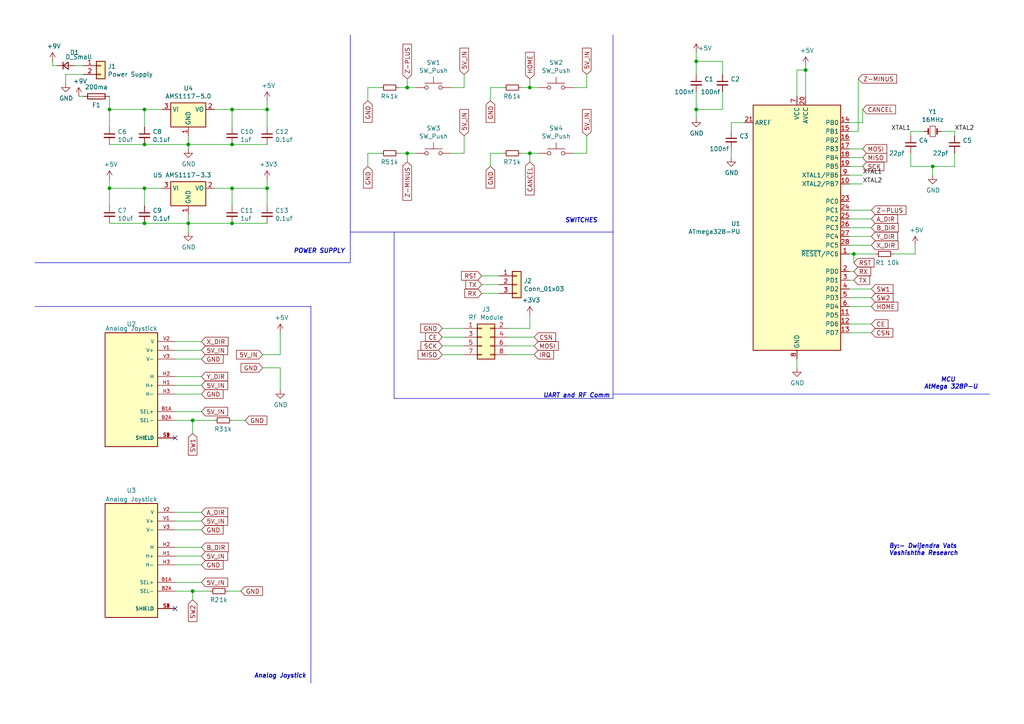
<source format=kicad_sch>
(kicad_sch (version 20230121) (generator eeschema)

  (uuid f277d001-5ee0-402e-a32c-7e597b23be99)

  (paper "A4")

  (lib_symbols
    (symbol "Connector_Generic:Conn_01x02" (pin_names (offset 1.016) hide) (in_bom yes) (on_board yes)
      (property "Reference" "J" (at 0 2.54 0)
        (effects (font (size 1.27 1.27)))
      )
      (property "Value" "Conn_01x02" (at 0 -5.08 0)
        (effects (font (size 1.27 1.27)))
      )
      (property "Footprint" "" (at 0 0 0)
        (effects (font (size 1.27 1.27)) hide)
      )
      (property "Datasheet" "~" (at 0 0 0)
        (effects (font (size 1.27 1.27)) hide)
      )
      (property "ki_keywords" "connector" (at 0 0 0)
        (effects (font (size 1.27 1.27)) hide)
      )
      (property "ki_description" "Generic connector, single row, 01x02, script generated (kicad-library-utils/schlib/autogen/connector/)" (at 0 0 0)
        (effects (font (size 1.27 1.27)) hide)
      )
      (property "ki_fp_filters" "Connector*:*_1x??_*" (at 0 0 0)
        (effects (font (size 1.27 1.27)) hide)
      )
      (symbol "Conn_01x02_1_1"
        (rectangle (start -1.27 -2.413) (end 0 -2.667)
          (stroke (width 0.1524) (type default))
          (fill (type none))
        )
        (rectangle (start -1.27 0.127) (end 0 -0.127)
          (stroke (width 0.1524) (type default))
          (fill (type none))
        )
        (rectangle (start -1.27 1.27) (end 1.27 -3.81)
          (stroke (width 0.254) (type default))
          (fill (type background))
        )
        (pin passive line (at -5.08 0 0) (length 3.81)
          (name "Pin_1" (effects (font (size 1.27 1.27))))
          (number "1" (effects (font (size 1.27 1.27))))
        )
        (pin passive line (at -5.08 -2.54 0) (length 3.81)
          (name "Pin_2" (effects (font (size 1.27 1.27))))
          (number "2" (effects (font (size 1.27 1.27))))
        )
      )
    )
    (symbol "Connector_Generic:Conn_01x03" (pin_names (offset 1.016) hide) (in_bom yes) (on_board yes)
      (property "Reference" "J" (at 0 5.08 0)
        (effects (font (size 1.27 1.27)))
      )
      (property "Value" "Conn_01x03" (at 0 -5.08 0)
        (effects (font (size 1.27 1.27)))
      )
      (property "Footprint" "" (at 0 0 0)
        (effects (font (size 1.27 1.27)) hide)
      )
      (property "Datasheet" "~" (at 0 0 0)
        (effects (font (size 1.27 1.27)) hide)
      )
      (property "ki_keywords" "connector" (at 0 0 0)
        (effects (font (size 1.27 1.27)) hide)
      )
      (property "ki_description" "Generic connector, single row, 01x03, script generated (kicad-library-utils/schlib/autogen/connector/)" (at 0 0 0)
        (effects (font (size 1.27 1.27)) hide)
      )
      (property "ki_fp_filters" "Connector*:*_1x??_*" (at 0 0 0)
        (effects (font (size 1.27 1.27)) hide)
      )
      (symbol "Conn_01x03_1_1"
        (rectangle (start -1.27 -2.413) (end 0 -2.667)
          (stroke (width 0.1524) (type default))
          (fill (type none))
        )
        (rectangle (start -1.27 0.127) (end 0 -0.127)
          (stroke (width 0.1524) (type default))
          (fill (type none))
        )
        (rectangle (start -1.27 2.667) (end 0 2.413)
          (stroke (width 0.1524) (type default))
          (fill (type none))
        )
        (rectangle (start -1.27 3.81) (end 1.27 -3.81)
          (stroke (width 0.254) (type default))
          (fill (type background))
        )
        (pin passive line (at -5.08 2.54 0) (length 3.81)
          (name "Pin_1" (effects (font (size 1.27 1.27))))
          (number "1" (effects (font (size 1.27 1.27))))
        )
        (pin passive line (at -5.08 0 0) (length 3.81)
          (name "Pin_2" (effects (font (size 1.27 1.27))))
          (number "2" (effects (font (size 1.27 1.27))))
        )
        (pin passive line (at -5.08 -2.54 0) (length 3.81)
          (name "Pin_3" (effects (font (size 1.27 1.27))))
          (number "3" (effects (font (size 1.27 1.27))))
        )
      )
    )
    (symbol "Connector_Generic:Conn_02x04_Odd_Even" (pin_names (offset 1.016) hide) (in_bom yes) (on_board yes)
      (property "Reference" "J" (at 1.27 5.08 0)
        (effects (font (size 1.27 1.27)))
      )
      (property "Value" "Conn_02x04_Odd_Even" (at 1.27 -7.62 0)
        (effects (font (size 1.27 1.27)))
      )
      (property "Footprint" "" (at 0 0 0)
        (effects (font (size 1.27 1.27)) hide)
      )
      (property "Datasheet" "~" (at 0 0 0)
        (effects (font (size 1.27 1.27)) hide)
      )
      (property "ki_keywords" "connector" (at 0 0 0)
        (effects (font (size 1.27 1.27)) hide)
      )
      (property "ki_description" "Generic connector, double row, 02x04, odd/even pin numbering scheme (row 1 odd numbers, row 2 even numbers), script generated (kicad-library-utils/schlib/autogen/connector/)" (at 0 0 0)
        (effects (font (size 1.27 1.27)) hide)
      )
      (property "ki_fp_filters" "Connector*:*_2x??_*" (at 0 0 0)
        (effects (font (size 1.27 1.27)) hide)
      )
      (symbol "Conn_02x04_Odd_Even_1_1"
        (rectangle (start -1.27 -4.953) (end 0 -5.207)
          (stroke (width 0.1524) (type default))
          (fill (type none))
        )
        (rectangle (start -1.27 -2.413) (end 0 -2.667)
          (stroke (width 0.1524) (type default))
          (fill (type none))
        )
        (rectangle (start -1.27 0.127) (end 0 -0.127)
          (stroke (width 0.1524) (type default))
          (fill (type none))
        )
        (rectangle (start -1.27 2.667) (end 0 2.413)
          (stroke (width 0.1524) (type default))
          (fill (type none))
        )
        (rectangle (start -1.27 3.81) (end 3.81 -6.35)
          (stroke (width 0.254) (type default))
          (fill (type background))
        )
        (rectangle (start 3.81 -4.953) (end 2.54 -5.207)
          (stroke (width 0.1524) (type default))
          (fill (type none))
        )
        (rectangle (start 3.81 -2.413) (end 2.54 -2.667)
          (stroke (width 0.1524) (type default))
          (fill (type none))
        )
        (rectangle (start 3.81 0.127) (end 2.54 -0.127)
          (stroke (width 0.1524) (type default))
          (fill (type none))
        )
        (rectangle (start 3.81 2.667) (end 2.54 2.413)
          (stroke (width 0.1524) (type default))
          (fill (type none))
        )
        (pin passive line (at -5.08 2.54 0) (length 3.81)
          (name "Pin_1" (effects (font (size 1.27 1.27))))
          (number "1" (effects (font (size 1.27 1.27))))
        )
        (pin passive line (at 7.62 2.54 180) (length 3.81)
          (name "Pin_2" (effects (font (size 1.27 1.27))))
          (number "2" (effects (font (size 1.27 1.27))))
        )
        (pin passive line (at -5.08 0 0) (length 3.81)
          (name "Pin_3" (effects (font (size 1.27 1.27))))
          (number "3" (effects (font (size 1.27 1.27))))
        )
        (pin passive line (at 7.62 0 180) (length 3.81)
          (name "Pin_4" (effects (font (size 1.27 1.27))))
          (number "4" (effects (font (size 1.27 1.27))))
        )
        (pin passive line (at -5.08 -2.54 0) (length 3.81)
          (name "Pin_5" (effects (font (size 1.27 1.27))))
          (number "5" (effects (font (size 1.27 1.27))))
        )
        (pin passive line (at 7.62 -2.54 180) (length 3.81)
          (name "Pin_6" (effects (font (size 1.27 1.27))))
          (number "6" (effects (font (size 1.27 1.27))))
        )
        (pin passive line (at -5.08 -5.08 0) (length 3.81)
          (name "Pin_7" (effects (font (size 1.27 1.27))))
          (number "7" (effects (font (size 1.27 1.27))))
        )
        (pin passive line (at 7.62 -5.08 180) (length 3.81)
          (name "Pin_8" (effects (font (size 1.27 1.27))))
          (number "8" (effects (font (size 1.27 1.27))))
        )
      )
    )
    (symbol "Device:C_Small" (pin_numbers hide) (pin_names (offset 0.254) hide) (in_bom yes) (on_board yes)
      (property "Reference" "C" (at 0.254 1.778 0)
        (effects (font (size 1.27 1.27)) (justify left))
      )
      (property "Value" "C_Small" (at 0.254 -2.032 0)
        (effects (font (size 1.27 1.27)) (justify left))
      )
      (property "Footprint" "" (at 0 0 0)
        (effects (font (size 1.27 1.27)) hide)
      )
      (property "Datasheet" "~" (at 0 0 0)
        (effects (font (size 1.27 1.27)) hide)
      )
      (property "ki_keywords" "capacitor cap" (at 0 0 0)
        (effects (font (size 1.27 1.27)) hide)
      )
      (property "ki_description" "Unpolarized capacitor, small symbol" (at 0 0 0)
        (effects (font (size 1.27 1.27)) hide)
      )
      (property "ki_fp_filters" "C_*" (at 0 0 0)
        (effects (font (size 1.27 1.27)) hide)
      )
      (symbol "C_Small_0_1"
        (polyline
          (pts
            (xy -1.524 -0.508)
            (xy 1.524 -0.508)
          )
          (stroke (width 0.3302) (type default))
          (fill (type none))
        )
        (polyline
          (pts
            (xy -1.524 0.508)
            (xy 1.524 0.508)
          )
          (stroke (width 0.3048) (type default))
          (fill (type none))
        )
      )
      (symbol "C_Small_1_1"
        (pin passive line (at 0 2.54 270) (length 2.032)
          (name "~" (effects (font (size 1.27 1.27))))
          (number "1" (effects (font (size 1.27 1.27))))
        )
        (pin passive line (at 0 -2.54 90) (length 2.032)
          (name "~" (effects (font (size 1.27 1.27))))
          (number "2" (effects (font (size 1.27 1.27))))
        )
      )
    )
    (symbol "Device:Crystal_Small" (pin_numbers hide) (pin_names (offset 1.016) hide) (in_bom yes) (on_board yes)
      (property "Reference" "Y" (at 0 2.54 0)
        (effects (font (size 1.27 1.27)))
      )
      (property "Value" "Crystal_Small" (at 0 -2.54 0)
        (effects (font (size 1.27 1.27)))
      )
      (property "Footprint" "" (at 0 0 0)
        (effects (font (size 1.27 1.27)) hide)
      )
      (property "Datasheet" "~" (at 0 0 0)
        (effects (font (size 1.27 1.27)) hide)
      )
      (property "ki_keywords" "quartz ceramic resonator oscillator" (at 0 0 0)
        (effects (font (size 1.27 1.27)) hide)
      )
      (property "ki_description" "Two pin crystal, small symbol" (at 0 0 0)
        (effects (font (size 1.27 1.27)) hide)
      )
      (property "ki_fp_filters" "Crystal*" (at 0 0 0)
        (effects (font (size 1.27 1.27)) hide)
      )
      (symbol "Crystal_Small_0_1"
        (rectangle (start -0.762 -1.524) (end 0.762 1.524)
          (stroke (width 0) (type default))
          (fill (type none))
        )
        (polyline
          (pts
            (xy -1.27 -0.762)
            (xy -1.27 0.762)
          )
          (stroke (width 0.381) (type default))
          (fill (type none))
        )
        (polyline
          (pts
            (xy 1.27 -0.762)
            (xy 1.27 0.762)
          )
          (stroke (width 0.381) (type default))
          (fill (type none))
        )
      )
      (symbol "Crystal_Small_1_1"
        (pin passive line (at -2.54 0 0) (length 1.27)
          (name "1" (effects (font (size 1.27 1.27))))
          (number "1" (effects (font (size 1.27 1.27))))
        )
        (pin passive line (at 2.54 0 180) (length 1.27)
          (name "2" (effects (font (size 1.27 1.27))))
          (number "2" (effects (font (size 1.27 1.27))))
        )
      )
    )
    (symbol "Device:D_Small" (pin_numbers hide) (pin_names (offset 0.254) hide) (in_bom yes) (on_board yes)
      (property "Reference" "D" (at -1.27 2.032 0)
        (effects (font (size 1.27 1.27)) (justify left))
      )
      (property "Value" "D_Small" (at -3.81 -2.032 0)
        (effects (font (size 1.27 1.27)) (justify left))
      )
      (property "Footprint" "" (at 0 0 90)
        (effects (font (size 1.27 1.27)) hide)
      )
      (property "Datasheet" "~" (at 0 0 90)
        (effects (font (size 1.27 1.27)) hide)
      )
      (property "Sim.Device" "D" (at 0 0 0)
        (effects (font (size 1.27 1.27)) hide)
      )
      (property "Sim.Pins" "1=K 2=A" (at 0 0 0)
        (effects (font (size 1.27 1.27)) hide)
      )
      (property "ki_keywords" "diode" (at 0 0 0)
        (effects (font (size 1.27 1.27)) hide)
      )
      (property "ki_description" "Diode, small symbol" (at 0 0 0)
        (effects (font (size 1.27 1.27)) hide)
      )
      (property "ki_fp_filters" "TO-???* *_Diode_* *SingleDiode* D_*" (at 0 0 0)
        (effects (font (size 1.27 1.27)) hide)
      )
      (symbol "D_Small_0_1"
        (polyline
          (pts
            (xy -0.762 -1.016)
            (xy -0.762 1.016)
          )
          (stroke (width 0.254) (type default))
          (fill (type none))
        )
        (polyline
          (pts
            (xy -0.762 0)
            (xy 0.762 0)
          )
          (stroke (width 0) (type default))
          (fill (type none))
        )
        (polyline
          (pts
            (xy 0.762 -1.016)
            (xy -0.762 0)
            (xy 0.762 1.016)
            (xy 0.762 -1.016)
          )
          (stroke (width 0.254) (type default))
          (fill (type none))
        )
      )
      (symbol "D_Small_1_1"
        (pin passive line (at -2.54 0 0) (length 1.778)
          (name "K" (effects (font (size 1.27 1.27))))
          (number "1" (effects (font (size 1.27 1.27))))
        )
        (pin passive line (at 2.54 0 180) (length 1.778)
          (name "A" (effects (font (size 1.27 1.27))))
          (number "2" (effects (font (size 1.27 1.27))))
        )
      )
    )
    (symbol "Device:Fuse" (pin_numbers hide) (pin_names (offset 0)) (in_bom yes) (on_board yes)
      (property "Reference" "F" (at 2.032 0 90)
        (effects (font (size 1.27 1.27)))
      )
      (property "Value" "Fuse" (at -1.905 0 90)
        (effects (font (size 1.27 1.27)))
      )
      (property "Footprint" "" (at -1.778 0 90)
        (effects (font (size 1.27 1.27)) hide)
      )
      (property "Datasheet" "~" (at 0 0 0)
        (effects (font (size 1.27 1.27)) hide)
      )
      (property "ki_keywords" "fuse" (at 0 0 0)
        (effects (font (size 1.27 1.27)) hide)
      )
      (property "ki_description" "Fuse" (at 0 0 0)
        (effects (font (size 1.27 1.27)) hide)
      )
      (property "ki_fp_filters" "*Fuse*" (at 0 0 0)
        (effects (font (size 1.27 1.27)) hide)
      )
      (symbol "Fuse_0_1"
        (rectangle (start -0.762 -2.54) (end 0.762 2.54)
          (stroke (width 0.254) (type default))
          (fill (type none))
        )
        (polyline
          (pts
            (xy 0 2.54)
            (xy 0 -2.54)
          )
          (stroke (width 0) (type default))
          (fill (type none))
        )
      )
      (symbol "Fuse_1_1"
        (pin passive line (at 0 3.81 270) (length 1.27)
          (name "~" (effects (font (size 1.27 1.27))))
          (number "1" (effects (font (size 1.27 1.27))))
        )
        (pin passive line (at 0 -3.81 90) (length 1.27)
          (name "~" (effects (font (size 1.27 1.27))))
          (number "2" (effects (font (size 1.27 1.27))))
        )
      )
    )
    (symbol "Device:R_Small" (pin_numbers hide) (pin_names (offset 0.254) hide) (in_bom yes) (on_board yes)
      (property "Reference" "R" (at 0.762 0.508 0)
        (effects (font (size 1.27 1.27)) (justify left))
      )
      (property "Value" "R_Small" (at 0.762 -1.016 0)
        (effects (font (size 1.27 1.27)) (justify left))
      )
      (property "Footprint" "" (at 0 0 0)
        (effects (font (size 1.27 1.27)) hide)
      )
      (property "Datasheet" "~" (at 0 0 0)
        (effects (font (size 1.27 1.27)) hide)
      )
      (property "ki_keywords" "R resistor" (at 0 0 0)
        (effects (font (size 1.27 1.27)) hide)
      )
      (property "ki_description" "Resistor, small symbol" (at 0 0 0)
        (effects (font (size 1.27 1.27)) hide)
      )
      (property "ki_fp_filters" "R_*" (at 0 0 0)
        (effects (font (size 1.27 1.27)) hide)
      )
      (symbol "R_Small_0_1"
        (rectangle (start -0.762 1.778) (end 0.762 -1.778)
          (stroke (width 0.2032) (type default))
          (fill (type none))
        )
      )
      (symbol "R_Small_1_1"
        (pin passive line (at 0 2.54 270) (length 0.762)
          (name "~" (effects (font (size 1.27 1.27))))
          (number "1" (effects (font (size 1.27 1.27))))
        )
        (pin passive line (at 0 -2.54 90) (length 0.762)
          (name "~" (effects (font (size 1.27 1.27))))
          (number "2" (effects (font (size 1.27 1.27))))
        )
      )
    )
    (symbol "JoyStick2-rescue:+3.3V-power" (power) (pin_names (offset 0)) (in_bom yes) (on_board yes)
      (property "Reference" "#PWR" (at 0 -3.81 0)
        (effects (font (size 1.27 1.27)) hide)
      )
      (property "Value" "+3.3V-power" (at 0 3.556 0)
        (effects (font (size 1.27 1.27)))
      )
      (property "Footprint" "" (at 0 0 0)
        (effects (font (size 1.27 1.27)) hide)
      )
      (property "Datasheet" "" (at 0 0 0)
        (effects (font (size 1.27 1.27)) hide)
      )
      (symbol "+3.3V-power_0_1"
        (polyline
          (pts
            (xy -0.762 1.27)
            (xy 0 2.54)
          )
          (stroke (width 0) (type solid))
          (fill (type none))
        )
        (polyline
          (pts
            (xy 0 0)
            (xy 0 2.54)
          )
          (stroke (width 0) (type solid))
          (fill (type none))
        )
        (polyline
          (pts
            (xy 0 2.54)
            (xy 0.762 1.27)
          )
          (stroke (width 0) (type solid))
          (fill (type none))
        )
      )
      (symbol "+3.3V-power_1_1"
        (pin power_in line (at 0 0 90) (length 0) hide
          (name "+3V3" (effects (font (size 1.27 1.27))))
          (number "1" (effects (font (size 1.27 1.27))))
        )
      )
    )
    (symbol "JoyStick2-rescue:ATmega328-PU-MCU_Microchip_ATmega" (in_bom yes) (on_board yes)
      (property "Reference" "U" (at -12.7 36.83 0)
        (effects (font (size 1.27 1.27)) (justify left bottom))
      )
      (property "Value" "MCU_Microchip_ATmega_ATmega328-PU" (at 2.54 -36.83 0)
        (effects (font (size 1.27 1.27)) (justify left top))
      )
      (property "Footprint" "Package_DIP:DIP-28_W7.62mm" (at 0 0 0)
        (effects (font (size 1.27 1.27) italic) hide)
      )
      (property "Datasheet" "" (at 0 0 0)
        (effects (font (size 1.27 1.27)) hide)
      )
      (property "ki_fp_filters" "DIP*W7.62mm*" (at 0 0 0)
        (effects (font (size 1.27 1.27)) hide)
      )
      (symbol "ATmega328-PU-MCU_Microchip_ATmega_0_1"
        (rectangle (start -12.7 -35.56) (end 12.7 35.56)
          (stroke (width 0.254) (type solid))
          (fill (type background))
        )
      )
      (symbol "ATmega328-PU-MCU_Microchip_ATmega_1_1"
        (pin bidirectional line (at 15.24 -7.62 180) (length 2.54)
          (name "~{RESET}/PC6" (effects (font (size 1.27 1.27))))
          (number "1" (effects (font (size 1.27 1.27))))
        )
        (pin bidirectional line (at 15.24 12.7 180) (length 2.54)
          (name "XTAL2/PB7" (effects (font (size 1.27 1.27))))
          (number "10" (effects (font (size 1.27 1.27))))
        )
        (pin bidirectional line (at 15.24 -25.4 180) (length 2.54)
          (name "PD5" (effects (font (size 1.27 1.27))))
          (number "11" (effects (font (size 1.27 1.27))))
        )
        (pin bidirectional line (at 15.24 -27.94 180) (length 2.54)
          (name "PD6" (effects (font (size 1.27 1.27))))
          (number "12" (effects (font (size 1.27 1.27))))
        )
        (pin bidirectional line (at 15.24 -30.48 180) (length 2.54)
          (name "PD7" (effects (font (size 1.27 1.27))))
          (number "13" (effects (font (size 1.27 1.27))))
        )
        (pin bidirectional line (at 15.24 30.48 180) (length 2.54)
          (name "PB0" (effects (font (size 1.27 1.27))))
          (number "14" (effects (font (size 1.27 1.27))))
        )
        (pin bidirectional line (at 15.24 27.94 180) (length 2.54)
          (name "PB1" (effects (font (size 1.27 1.27))))
          (number "15" (effects (font (size 1.27 1.27))))
        )
        (pin bidirectional line (at 15.24 25.4 180) (length 2.54)
          (name "PB2" (effects (font (size 1.27 1.27))))
          (number "16" (effects (font (size 1.27 1.27))))
        )
        (pin bidirectional line (at 15.24 22.86 180) (length 2.54)
          (name "PB3" (effects (font (size 1.27 1.27))))
          (number "17" (effects (font (size 1.27 1.27))))
        )
        (pin bidirectional line (at 15.24 20.32 180) (length 2.54)
          (name "PB4" (effects (font (size 1.27 1.27))))
          (number "18" (effects (font (size 1.27 1.27))))
        )
        (pin bidirectional line (at 15.24 17.78 180) (length 2.54)
          (name "PB5" (effects (font (size 1.27 1.27))))
          (number "19" (effects (font (size 1.27 1.27))))
        )
        (pin bidirectional line (at 15.24 -12.7 180) (length 2.54)
          (name "PD0" (effects (font (size 1.27 1.27))))
          (number "2" (effects (font (size 1.27 1.27))))
        )
        (pin power_in line (at 2.54 38.1 270) (length 2.54)
          (name "AVCC" (effects (font (size 1.27 1.27))))
          (number "20" (effects (font (size 1.27 1.27))))
        )
        (pin passive line (at -15.24 30.48 0) (length 2.54)
          (name "AREF" (effects (font (size 1.27 1.27))))
          (number "21" (effects (font (size 1.27 1.27))))
        )
        (pin passive line (at 0 -38.1 90) (length 2.54) hide
          (name "GND" (effects (font (size 1.27 1.27))))
          (number "22" (effects (font (size 1.27 1.27))))
        )
        (pin bidirectional line (at 15.24 7.62 180) (length 2.54)
          (name "PC0" (effects (font (size 1.27 1.27))))
          (number "23" (effects (font (size 1.27 1.27))))
        )
        (pin bidirectional line (at 15.24 5.08 180) (length 2.54)
          (name "PC1" (effects (font (size 1.27 1.27))))
          (number "24" (effects (font (size 1.27 1.27))))
        )
        (pin bidirectional line (at 15.24 2.54 180) (length 2.54)
          (name "PC2" (effects (font (size 1.27 1.27))))
          (number "25" (effects (font (size 1.27 1.27))))
        )
        (pin bidirectional line (at 15.24 0 180) (length 2.54)
          (name "PC3" (effects (font (size 1.27 1.27))))
          (number "26" (effects (font (size 1.27 1.27))))
        )
        (pin bidirectional line (at 15.24 -2.54 180) (length 2.54)
          (name "PC4" (effects (font (size 1.27 1.27))))
          (number "27" (effects (font (size 1.27 1.27))))
        )
        (pin bidirectional line (at 15.24 -5.08 180) (length 2.54)
          (name "PC5" (effects (font (size 1.27 1.27))))
          (number "28" (effects (font (size 1.27 1.27))))
        )
        (pin bidirectional line (at 15.24 -15.24 180) (length 2.54)
          (name "PD1" (effects (font (size 1.27 1.27))))
          (number "3" (effects (font (size 1.27 1.27))))
        )
        (pin bidirectional line (at 15.24 -17.78 180) (length 2.54)
          (name "PD2" (effects (font (size 1.27 1.27))))
          (number "4" (effects (font (size 1.27 1.27))))
        )
        (pin bidirectional line (at 15.24 -20.32 180) (length 2.54)
          (name "PD3" (effects (font (size 1.27 1.27))))
          (number "5" (effects (font (size 1.27 1.27))))
        )
        (pin bidirectional line (at 15.24 -22.86 180) (length 2.54)
          (name "PD4" (effects (font (size 1.27 1.27))))
          (number "6" (effects (font (size 1.27 1.27))))
        )
        (pin power_in line (at 0 38.1 270) (length 2.54)
          (name "VCC" (effects (font (size 1.27 1.27))))
          (number "7" (effects (font (size 1.27 1.27))))
        )
        (pin power_in line (at 0 -38.1 90) (length 2.54)
          (name "GND" (effects (font (size 1.27 1.27))))
          (number "8" (effects (font (size 1.27 1.27))))
        )
        (pin bidirectional line (at 15.24 15.24 180) (length 2.54)
          (name "XTAL1/PB6" (effects (font (size 1.27 1.27))))
          (number "9" (effects (font (size 1.27 1.27))))
        )
      )
    )
    (symbol "JoyStick2-rescue:COM-09032-COM-09032" (pin_names (offset 1.016)) (in_bom yes) (on_board yes)
      (property "Reference" "U" (at -7.62 16.002 0)
        (effects (font (size 1.27 1.27)) (justify left bottom))
      )
      (property "Value" "COM-09032_COM-09032" (at -7.62 -20.32 0)
        (effects (font (size 1.27 1.27)) (justify left bottom))
      )
      (property "Footprint" "XDCR_COM-09032" (at 0 0 0)
        (effects (font (size 1.27 1.27)) (justify left bottom) hide)
      )
      (property "Datasheet" "" (at 0 0 0)
        (effects (font (size 1.27 1.27)) (justify left bottom) hide)
      )
      (property "PARTREV" "N/A" (at 0 0 0)
        (effects (font (size 1.27 1.27)) (justify left bottom) hide)
      )
      (property "MAXIMUM_PACKAGE_HEIGHT" "30.1mm" (at 0 0 0)
        (effects (font (size 1.27 1.27)) (justify left bottom) hide)
      )
      (property "STANDARD" "Manufacturer Recommendations" (at 0 0 0)
        (effects (font (size 1.27 1.27)) (justify left bottom) hide)
      )
      (property "MANUFACTURER" "SparkFun Electronics" (at 0 0 0)
        (effects (font (size 1.27 1.27)) (justify left bottom) hide)
      )
      (property "ki_locked" "" (at 0 0 0)
        (effects (font (size 1.27 1.27)))
      )
      (symbol "COM-09032-COM-09032_0_0"
        (rectangle (start -7.62 -17.78) (end 7.62 15.24)
          (stroke (width 0.254) (type solid))
          (fill (type background))
        )
        (pin passive line (at -12.7 -7.62 0) (length 5.08)
          (name "SEL+" (effects (font (size 1.016 1.016))))
          (number "B1A" (effects (font (size 1.016 1.016))))
        )
        (pin passive line (at -12.7 -10.16 0) (length 5.08)
          (name "SEL-" (effects (font (size 1.016 1.016))))
          (number "B2A" (effects (font (size 1.016 1.016))))
        )
        (pin passive line (at -12.7 0 0) (length 5.08)
          (name "H+" (effects (font (size 1.016 1.016))))
          (number "H1" (effects (font (size 1.016 1.016))))
        )
        (pin passive line (at -12.7 2.54 0) (length 5.08)
          (name "H" (effects (font (size 1.016 1.016))))
          (number "H2" (effects (font (size 1.016 1.016))))
        )
        (pin passive line (at -12.7 -2.54 0) (length 5.08)
          (name "H-" (effects (font (size 1.016 1.016))))
          (number "H3" (effects (font (size 1.016 1.016))))
        )
        (pin passive line (at -12.7 -15.24 0) (length 5.08)
          (name "SHIELD" (effects (font (size 1.016 1.016))))
          (number "S1" (effects (font (size 1.016 1.016))))
        )
        (pin passive line (at -12.7 -15.24 0) (length 5.08)
          (name "SHIELD" (effects (font (size 1.016 1.016))))
          (number "S2" (effects (font (size 1.016 1.016))))
        )
        (pin passive line (at -12.7 -15.24 0) (length 5.08)
          (name "SHIELD" (effects (font (size 1.016 1.016))))
          (number "S3" (effects (font (size 1.016 1.016))))
        )
        (pin passive line (at -12.7 -15.24 0) (length 5.08)
          (name "SHIELD" (effects (font (size 1.016 1.016))))
          (number "S4" (effects (font (size 1.016 1.016))))
        )
        (pin passive line (at -12.7 10.16 0) (length 5.08)
          (name "V+" (effects (font (size 1.016 1.016))))
          (number "V1" (effects (font (size 1.016 1.016))))
        )
        (pin passive line (at -12.7 12.7 0) (length 5.08)
          (name "V" (effects (font (size 1.016 1.016))))
          (number "V2" (effects (font (size 1.016 1.016))))
        )
        (pin passive line (at -12.7 7.62 0) (length 5.08)
          (name "V-" (effects (font (size 1.016 1.016))))
          (number "V3" (effects (font (size 1.016 1.016))))
        )
      )
    )
    (symbol "Regulator_Linear:AMS1117-3.3" (in_bom yes) (on_board yes)
      (property "Reference" "U" (at -3.81 3.175 0)
        (effects (font (size 1.27 1.27)))
      )
      (property "Value" "AMS1117-3.3" (at 0 3.175 0)
        (effects (font (size 1.27 1.27)) (justify left))
      )
      (property "Footprint" "Package_TO_SOT_SMD:SOT-223-3_TabPin2" (at 0 5.08 0)
        (effects (font (size 1.27 1.27)) hide)
      )
      (property "Datasheet" "http://www.advanced-monolithic.com/pdf/ds1117.pdf" (at 2.54 -6.35 0)
        (effects (font (size 1.27 1.27)) hide)
      )
      (property "ki_keywords" "linear regulator ldo fixed positive" (at 0 0 0)
        (effects (font (size 1.27 1.27)) hide)
      )
      (property "ki_description" "1A Low Dropout regulator, positive, 3.3V fixed output, SOT-223" (at 0 0 0)
        (effects (font (size 1.27 1.27)) hide)
      )
      (property "ki_fp_filters" "SOT?223*TabPin2*" (at 0 0 0)
        (effects (font (size 1.27 1.27)) hide)
      )
      (symbol "AMS1117-3.3_0_1"
        (rectangle (start -5.08 -5.08) (end 5.08 1.905)
          (stroke (width 0.254) (type default))
          (fill (type background))
        )
      )
      (symbol "AMS1117-3.3_1_1"
        (pin power_in line (at 0 -7.62 90) (length 2.54)
          (name "GND" (effects (font (size 1.27 1.27))))
          (number "1" (effects (font (size 1.27 1.27))))
        )
        (pin power_out line (at 7.62 0 180) (length 2.54)
          (name "VO" (effects (font (size 1.27 1.27))))
          (number "2" (effects (font (size 1.27 1.27))))
        )
        (pin power_in line (at -7.62 0 0) (length 2.54)
          (name "VI" (effects (font (size 1.27 1.27))))
          (number "3" (effects (font (size 1.27 1.27))))
        )
      )
    )
    (symbol "Regulator_Linear:AMS1117-5.0" (in_bom yes) (on_board yes)
      (property "Reference" "U" (at -3.81 3.175 0)
        (effects (font (size 1.27 1.27)))
      )
      (property "Value" "AMS1117-5.0" (at 0 3.175 0)
        (effects (font (size 1.27 1.27)) (justify left))
      )
      (property "Footprint" "Package_TO_SOT_SMD:SOT-223-3_TabPin2" (at 0 5.08 0)
        (effects (font (size 1.27 1.27)) hide)
      )
      (property "Datasheet" "http://www.advanced-monolithic.com/pdf/ds1117.pdf" (at 2.54 -6.35 0)
        (effects (font (size 1.27 1.27)) hide)
      )
      (property "ki_keywords" "linear regulator ldo fixed positive" (at 0 0 0)
        (effects (font (size 1.27 1.27)) hide)
      )
      (property "ki_description" "1A Low Dropout regulator, positive, 5.0V fixed output, SOT-223" (at 0 0 0)
        (effects (font (size 1.27 1.27)) hide)
      )
      (property "ki_fp_filters" "SOT?223*TabPin2*" (at 0 0 0)
        (effects (font (size 1.27 1.27)) hide)
      )
      (symbol "AMS1117-5.0_0_1"
        (rectangle (start -5.08 -5.08) (end 5.08 1.905)
          (stroke (width 0.254) (type default))
          (fill (type background))
        )
      )
      (symbol "AMS1117-5.0_1_1"
        (pin power_in line (at 0 -7.62 90) (length 2.54)
          (name "GND" (effects (font (size 1.27 1.27))))
          (number "1" (effects (font (size 1.27 1.27))))
        )
        (pin power_out line (at 7.62 0 180) (length 2.54)
          (name "VO" (effects (font (size 1.27 1.27))))
          (number "2" (effects (font (size 1.27 1.27))))
        )
        (pin power_in line (at -7.62 0 0) (length 2.54)
          (name "VI" (effects (font (size 1.27 1.27))))
          (number "3" (effects (font (size 1.27 1.27))))
        )
      )
    )
    (symbol "Switch:SW_Push" (pin_numbers hide) (pin_names (offset 1.016) hide) (in_bom yes) (on_board yes)
      (property "Reference" "SW" (at 1.27 2.54 0)
        (effects (font (size 1.27 1.27)) (justify left))
      )
      (property "Value" "SW_Push" (at 0 -1.524 0)
        (effects (font (size 1.27 1.27)))
      )
      (property "Footprint" "" (at 0 5.08 0)
        (effects (font (size 1.27 1.27)) hide)
      )
      (property "Datasheet" "~" (at 0 5.08 0)
        (effects (font (size 1.27 1.27)) hide)
      )
      (property "ki_keywords" "switch normally-open pushbutton push-button" (at 0 0 0)
        (effects (font (size 1.27 1.27)) hide)
      )
      (property "ki_description" "Push button switch, generic, two pins" (at 0 0 0)
        (effects (font (size 1.27 1.27)) hide)
      )
      (symbol "SW_Push_0_1"
        (circle (center -2.032 0) (radius 0.508)
          (stroke (width 0) (type default))
          (fill (type none))
        )
        (polyline
          (pts
            (xy 0 1.27)
            (xy 0 3.048)
          )
          (stroke (width 0) (type default))
          (fill (type none))
        )
        (polyline
          (pts
            (xy 2.54 1.27)
            (xy -2.54 1.27)
          )
          (stroke (width 0) (type default))
          (fill (type none))
        )
        (circle (center 2.032 0) (radius 0.508)
          (stroke (width 0) (type default))
          (fill (type none))
        )
        (pin passive line (at -5.08 0 0) (length 2.54)
          (name "1" (effects (font (size 1.27 1.27))))
          (number "1" (effects (font (size 1.27 1.27))))
        )
        (pin passive line (at 5.08 0 180) (length 2.54)
          (name "2" (effects (font (size 1.27 1.27))))
          (number "2" (effects (font (size 1.27 1.27))))
        )
      )
    )
    (symbol "power:+5V" (power) (pin_names (offset 0)) (in_bom yes) (on_board yes)
      (property "Reference" "#PWR" (at 0 -3.81 0)
        (effects (font (size 1.27 1.27)) hide)
      )
      (property "Value" "+5V" (at 0 3.556 0)
        (effects (font (size 1.27 1.27)))
      )
      (property "Footprint" "" (at 0 0 0)
        (effects (font (size 1.27 1.27)) hide)
      )
      (property "Datasheet" "" (at 0 0 0)
        (effects (font (size 1.27 1.27)) hide)
      )
      (property "ki_keywords" "global power" (at 0 0 0)
        (effects (font (size 1.27 1.27)) hide)
      )
      (property "ki_description" "Power symbol creates a global label with name \"+5V\"" (at 0 0 0)
        (effects (font (size 1.27 1.27)) hide)
      )
      (symbol "+5V_0_1"
        (polyline
          (pts
            (xy -0.762 1.27)
            (xy 0 2.54)
          )
          (stroke (width 0) (type default))
          (fill (type none))
        )
        (polyline
          (pts
            (xy 0 0)
            (xy 0 2.54)
          )
          (stroke (width 0) (type default))
          (fill (type none))
        )
        (polyline
          (pts
            (xy 0 2.54)
            (xy 0.762 1.27)
          )
          (stroke (width 0) (type default))
          (fill (type none))
        )
      )
      (symbol "+5V_1_1"
        (pin power_in line (at 0 0 90) (length 0) hide
          (name "+5V" (effects (font (size 1.27 1.27))))
          (number "1" (effects (font (size 1.27 1.27))))
        )
      )
    )
    (symbol "power:+9V" (power) (pin_names (offset 0)) (in_bom yes) (on_board yes)
      (property "Reference" "#PWR" (at 0 -3.81 0)
        (effects (font (size 1.27 1.27)) hide)
      )
      (property "Value" "+9V" (at 0 3.556 0)
        (effects (font (size 1.27 1.27)))
      )
      (property "Footprint" "" (at 0 0 0)
        (effects (font (size 1.27 1.27)) hide)
      )
      (property "Datasheet" "" (at 0 0 0)
        (effects (font (size 1.27 1.27)) hide)
      )
      (property "ki_keywords" "global power" (at 0 0 0)
        (effects (font (size 1.27 1.27)) hide)
      )
      (property "ki_description" "Power symbol creates a global label with name \"+9V\"" (at 0 0 0)
        (effects (font (size 1.27 1.27)) hide)
      )
      (symbol "+9V_0_1"
        (polyline
          (pts
            (xy -0.762 1.27)
            (xy 0 2.54)
          )
          (stroke (width 0) (type default))
          (fill (type none))
        )
        (polyline
          (pts
            (xy 0 0)
            (xy 0 2.54)
          )
          (stroke (width 0) (type default))
          (fill (type none))
        )
        (polyline
          (pts
            (xy 0 2.54)
            (xy 0.762 1.27)
          )
          (stroke (width 0) (type default))
          (fill (type none))
        )
      )
      (symbol "+9V_1_1"
        (pin power_in line (at 0 0 90) (length 0) hide
          (name "+9V" (effects (font (size 1.27 1.27))))
          (number "1" (effects (font (size 1.27 1.27))))
        )
      )
    )
    (symbol "power:GND" (power) (pin_names (offset 0)) (in_bom yes) (on_board yes)
      (property "Reference" "#PWR" (at 0 -6.35 0)
        (effects (font (size 1.27 1.27)) hide)
      )
      (property "Value" "GND" (at 0 -3.81 0)
        (effects (font (size 1.27 1.27)))
      )
      (property "Footprint" "" (at 0 0 0)
        (effects (font (size 1.27 1.27)) hide)
      )
      (property "Datasheet" "" (at 0 0 0)
        (effects (font (size 1.27 1.27)) hide)
      )
      (property "ki_keywords" "global power" (at 0 0 0)
        (effects (font (size 1.27 1.27)) hide)
      )
      (property "ki_description" "Power symbol creates a global label with name \"GND\" , ground" (at 0 0 0)
        (effects (font (size 1.27 1.27)) hide)
      )
      (symbol "GND_0_1"
        (polyline
          (pts
            (xy 0 0)
            (xy 0 -1.27)
            (xy 1.27 -1.27)
            (xy 0 -2.54)
            (xy -1.27 -1.27)
            (xy 0 -1.27)
          )
          (stroke (width 0) (type default))
          (fill (type none))
        )
      )
      (symbol "GND_1_1"
        (pin power_in line (at 0 0 270) (length 0) hide
          (name "GND" (effects (font (size 1.27 1.27))))
          (number "1" (effects (font (size 1.27 1.27))))
        )
      )
    )
  )

  (junction (at 55.88 171.45) (diameter 0) (color 0 0 0 0)
    (uuid 050ee450-ae4c-44d8-82a3-77148c5195ab)
  )
  (junction (at 41.91 54.61) (diameter 0) (color 0 0 0 0)
    (uuid 0651bb0f-3158-4b88-8cb7-d85e6bfeccf8)
  )
  (junction (at 55.88 121.92) (diameter 0) (color 0 0 0 0)
    (uuid 0c53761c-6c78-444f-bd00-e2674ae818f5)
  )
  (junction (at 41.91 31.75) (diameter 0) (color 0 0 0 0)
    (uuid 0d71ac5c-4ba4-43dc-ab6b-88949626041b)
  )
  (junction (at 270.51 48.26) (diameter 0) (color 0 0 0 0)
    (uuid 2ec5ca91-bba2-4ec1-b0ef-7be108509ec5)
  )
  (junction (at 67.31 64.77) (diameter 0) (color 0 0 0 0)
    (uuid 356c08b1-9015-43b0-86fb-4e85e17e6085)
  )
  (junction (at 67.31 41.91) (diameter 0) (color 0 0 0 0)
    (uuid 3ca61264-6d6a-406f-83ab-a7bf4c7c9645)
  )
  (junction (at 247.65 73.66) (diameter 0) (color 0 0 0 0)
    (uuid 3cb5a9bf-5117-4e94-bf0a-34d24dd25ee3)
  )
  (junction (at 54.61 64.77) (diameter 0) (color 0 0 0 0)
    (uuid 5a8c904c-dc39-4252-a2a2-132baa07ae7c)
  )
  (junction (at 77.47 31.75) (diameter 0) (color 0 0 0 0)
    (uuid 5e1ac65a-2567-4850-9b8a-6b1122c75dae)
  )
  (junction (at 118.11 25.4) (diameter 0) (color 0 0 0 0)
    (uuid 82a32783-a916-499a-9577-769294c05e2b)
  )
  (junction (at 153.67 25.4) (diameter 0) (color 0 0 0 0)
    (uuid 91900b46-8023-4c7b-80a8-e97ed353da80)
  )
  (junction (at 67.31 54.61) (diameter 0) (color 0 0 0 0)
    (uuid 962450c1-d7ea-442a-9c59-813a590f9e55)
  )
  (junction (at 41.91 64.77) (diameter 0) (color 0 0 0 0)
    (uuid 9a3addb4-e6e3-478b-8e9c-910968dfb6d3)
  )
  (junction (at 41.91 41.91) (diameter 0) (color 0 0 0 0)
    (uuid a453b41d-604a-414c-982b-a1e3f9025454)
  )
  (junction (at 31.75 31.75) (diameter 0) (color 0 0 0 0)
    (uuid a89e735a-f015-4a25-8972-cf6e4fc760d9)
  )
  (junction (at 118.11 44.45) (diameter 0) (color 0 0 0 0)
    (uuid afffb122-eb58-4c92-a30e-e7333d168726)
  )
  (junction (at 77.47 54.61) (diameter 0) (color 0 0 0 0)
    (uuid c0adf107-bca9-4232-9cd5-8b876aa10071)
  )
  (junction (at 233.68 20.32) (diameter 0) (color 0 0 0 0)
    (uuid c7a85b7b-f46e-48ac-9f80-60570081f0f4)
  )
  (junction (at 31.75 54.61) (diameter 0) (color 0 0 0 0)
    (uuid d4508bd4-4735-4e82-bdef-61f8a236d40d)
  )
  (junction (at 201.93 31.75) (diameter 0) (color 0 0 0 0)
    (uuid d65ee4fd-3ffd-44bb-939c-e3e0aa66a367)
  )
  (junction (at 153.67 44.45) (diameter 0) (color 0 0 0 0)
    (uuid db217f26-16e7-4a0f-b8bd-3335dd579c4d)
  )
  (junction (at 201.93 17.78) (diameter 0) (color 0 0 0 0)
    (uuid e12e8ec8-0e60-4f3d-8d49-73efc27d51bf)
  )
  (junction (at 54.61 41.91) (diameter 0) (color 0 0 0 0)
    (uuid ed563f7f-3e9b-40f7-90f3-8c0358d5de71)
  )
  (junction (at 67.31 31.75) (diameter 0) (color 0 0 0 0)
    (uuid fe481cb9-508d-40ef-91cf-b4a7dc819927)
  )

  (no_connect (at 50.8 127) (uuid 878076df-bc73-4289-a4a4-2860a19f638c))
  (no_connect (at 50.8 176.53) (uuid b44b8383-6ad3-49b4-b363-3cf2fb8c152c))

  (wire (pts (xy 252.73 63.5) (xy 246.38 63.5))
    (stroke (width 0) (type default))
    (uuid 042375f2-8c42-4140-a0fe-df6a3223f55d)
  )
  (wire (pts (xy 231.14 20.32) (xy 233.68 20.32))
    (stroke (width 0) (type default))
    (uuid 047be917-beee-49b6-982d-c49717005b90)
  )
  (wire (pts (xy 142.24 44.45) (xy 146.05 44.45))
    (stroke (width 0) (type default))
    (uuid 04fd24c6-5bcf-47ca-98f0-45a8e23952fc)
  )
  (wire (pts (xy 246.38 50.8) (xy 250.19 50.8))
    (stroke (width 0) (type default))
    (uuid 06dd047b-37d6-494e-b10d-fd8257a96989)
  )
  (wire (pts (xy 252.73 96.52) (xy 246.38 96.52))
    (stroke (width 0) (type default))
    (uuid 08c518a1-b05f-4a44-9d1b-93ce5d2252b6)
  )
  (wire (pts (xy 134.62 44.45) (xy 134.62 39.37))
    (stroke (width 0) (type default))
    (uuid 09b5d480-12fb-4123-9340-f626d3ecd4d7)
  )
  (wire (pts (xy 250.19 31.75) (xy 250.19 35.56))
    (stroke (width 0) (type default))
    (uuid 09c061f8-95dc-4074-91f5-ea7f2b3baa5c)
  )
  (wire (pts (xy 58.42 114.3) (xy 50.8 114.3))
    (stroke (width 0) (type default))
    (uuid 0bd60299-6dd5-46c5-969b-e566b33e368f)
  )
  (wire (pts (xy 134.62 25.4) (xy 134.62 21.59))
    (stroke (width 0) (type default))
    (uuid 0c0c3cd1-e899-4330-8ce3-ee82a600ea36)
  )
  (wire (pts (xy 246.38 81.28) (xy 247.65 81.28))
    (stroke (width 0) (type default))
    (uuid 0ce19a5f-285a-423d-a66e-70b04e370c55)
  )
  (wire (pts (xy 264.16 48.26) (xy 270.51 48.26))
    (stroke (width 0) (type default))
    (uuid 0f8e9104-0cbd-4751-bbe3-8019b86d50a8)
  )
  (wire (pts (xy 58.42 101.6) (xy 50.8 101.6))
    (stroke (width 0) (type default))
    (uuid 119910ca-4caa-4656-b38b-7d7b6dd3248b)
  )
  (wire (pts (xy 170.18 44.45) (xy 170.18 39.37))
    (stroke (width 0) (type default))
    (uuid 11f9f11b-e892-4b18-b59a-3a5eb4439c2f)
  )
  (wire (pts (xy 201.93 26.67) (xy 201.93 31.75))
    (stroke (width 0) (type default))
    (uuid 14c05ef0-8b0c-4ee3-8645-6bda6b3c220a)
  )
  (wire (pts (xy 130.81 25.4) (xy 134.62 25.4))
    (stroke (width 0) (type default))
    (uuid 155c3814-4610-41e3-ac3b-4ee9fe9828ff)
  )
  (wire (pts (xy 54.61 43.18) (xy 54.61 41.91))
    (stroke (width 0) (type default))
    (uuid 18ed563b-d7ef-4786-a9cb-8d65d9ae30ac)
  )
  (wire (pts (xy 31.75 31.75) (xy 31.75 36.83))
    (stroke (width 0) (type default))
    (uuid 1b855a1f-46fd-4824-abab-6795fdddaf89)
  )
  (wire (pts (xy 77.47 52.07) (xy 77.47 54.61))
    (stroke (width 0) (type default))
    (uuid 1bdfd5f8-9ef4-4758-87aa-ccf6bc4423d0)
  )
  (wire (pts (xy 15.24 17.78) (xy 15.24 19.05))
    (stroke (width 0) (type default))
    (uuid 1d29a7e8-1b79-4c6c-8244-ee124c8eb818)
  )
  (wire (pts (xy 201.93 15.24) (xy 201.93 17.78))
    (stroke (width 0) (type default))
    (uuid 1d41b90b-0b27-464e-a2a7-ccd923b7feee)
  )
  (polyline (pts (xy 114.3 67.31) (xy 114.3 115.57))
    (stroke (width 0) (type default))
    (uuid 1e135d76-628f-48dd-a28f-3116e61531a2)
  )

  (wire (pts (xy 58.42 161.29) (xy 50.8 161.29))
    (stroke (width 0) (type default))
    (uuid 1e270d90-1fec-4ffb-a673-4cd88483c13d)
  )
  (wire (pts (xy 41.91 64.77) (xy 54.61 64.77))
    (stroke (width 0) (type default))
    (uuid 216d2f37-ef6f-4b0c-b26a-60c7d3bb61bf)
  )
  (wire (pts (xy 77.47 31.75) (xy 77.47 36.83))
    (stroke (width 0) (type default))
    (uuid 21bcca2e-bd23-42a9-9b65-c166c7a1593e)
  )
  (wire (pts (xy 252.73 88.9) (xy 246.38 88.9))
    (stroke (width 0) (type default))
    (uuid 22814233-d108-4462-91ca-46743181d8f6)
  )
  (wire (pts (xy 154.94 97.79) (xy 147.32 97.79))
    (stroke (width 0) (type default))
    (uuid 24ca1b0f-97c2-4a24-ae1f-7409482d84b2)
  )
  (wire (pts (xy 50.8 109.22) (xy 58.42 109.22))
    (stroke (width 0) (type default))
    (uuid 25f20a4a-dd86-4faf-8a70-9eb17b7cb319)
  )
  (wire (pts (xy 247.65 73.66) (xy 254 73.66))
    (stroke (width 0) (type default))
    (uuid 263b06a1-6707-4f1d-8c45-1ccc88c79a01)
  )
  (wire (pts (xy 54.61 41.91) (xy 67.31 41.91))
    (stroke (width 0) (type default))
    (uuid 280375e1-f8ff-44c8-930a-2a582b96b711)
  )
  (wire (pts (xy 246.38 68.58) (xy 252.73 68.58))
    (stroke (width 0) (type default))
    (uuid 280f7392-5a11-4a2b-8b8f-67b1e284bbd0)
  )
  (wire (pts (xy 252.73 93.98) (xy 246.38 93.98))
    (stroke (width 0) (type default))
    (uuid 28cdd18e-6619-43af-9691-e26dcce6ec8f)
  )
  (wire (pts (xy 250.19 53.34) (xy 246.38 53.34))
    (stroke (width 0) (type default))
    (uuid 2a7153e0-7dda-486b-8524-5ea179cf420a)
  )
  (wire (pts (xy 50.8 121.92) (xy 55.88 121.92))
    (stroke (width 0) (type default))
    (uuid 2ca406a8-f0da-4536-8b0c-9d102f47feb6)
  )
  (wire (pts (xy 139.7 85.09) (xy 144.78 85.09))
    (stroke (width 0) (type default))
    (uuid 2db6b741-c50a-4dc6-8837-097ab36afdba)
  )
  (wire (pts (xy 153.67 22.86) (xy 153.67 25.4))
    (stroke (width 0) (type default))
    (uuid 2e1bf3ac-148a-4d9b-9f56-e4716acc9793)
  )
  (wire (pts (xy 142.24 48.26) (xy 142.24 44.45))
    (stroke (width 0) (type default))
    (uuid 34ae5dcf-813f-4d7b-bf53-29c8b1ffcc8a)
  )
  (wire (pts (xy 118.11 46.99) (xy 118.11 44.45))
    (stroke (width 0) (type default))
    (uuid 35b018b9-30d6-4e7e-886a-6e06331b9da6)
  )
  (wire (pts (xy 151.13 44.45) (xy 153.67 44.45))
    (stroke (width 0) (type default))
    (uuid 369ecaaa-1c74-415e-8a6d-a27abf6d0f9b)
  )
  (wire (pts (xy 154.94 100.33) (xy 147.32 100.33))
    (stroke (width 0) (type default))
    (uuid 37ff511b-eab7-44c0-abce-db526fcbea0f)
  )
  (wire (pts (xy 233.68 19.05) (xy 233.68 20.32))
    (stroke (width 0) (type default))
    (uuid 3933a3a4-69b6-4614-878d-a83edbb4477c)
  )
  (wire (pts (xy 153.67 95.25) (xy 153.67 91.44))
    (stroke (width 0) (type default))
    (uuid 3a3848c6-7861-455d-bfb0-bc969684664a)
  )
  (wire (pts (xy 31.75 59.69) (xy 31.75 54.61))
    (stroke (width 0) (type default))
    (uuid 3a598975-0af6-4976-b98a-b102a89a6d10)
  )
  (wire (pts (xy 118.11 44.45) (xy 120.65 44.45))
    (stroke (width 0) (type default))
    (uuid 3e91b02c-bde3-482b-b25b-8ec1a0c09c75)
  )
  (wire (pts (xy 31.75 41.91) (xy 41.91 41.91))
    (stroke (width 0) (type default))
    (uuid 3e9727ea-0c6a-48cf-991e-e95a3aba8b04)
  )
  (wire (pts (xy 31.75 52.07) (xy 31.75 54.61))
    (stroke (width 0) (type default))
    (uuid 4179e4f8-d182-4943-a57e-c5b6a2b48c29)
  )
  (polyline (pts (xy 10.16 88.9) (xy 90.17 88.9))
    (stroke (width 0) (type default))
    (uuid 436c4369-5d8f-46e2-a327-76b197b7c427)
  )

  (wire (pts (xy 247.65 76.2) (xy 247.65 73.66))
    (stroke (width 0) (type default))
    (uuid 455efcf6-80a3-4ec1-bd60-433f1fdeb195)
  )
  (wire (pts (xy 276.86 38.1) (xy 276.86 39.37))
    (stroke (width 0) (type default))
    (uuid 48d82cfe-0e7c-4be1-a4b0-c3eca5304280)
  )
  (wire (pts (xy 276.86 48.26) (xy 276.86 44.45))
    (stroke (width 0) (type default))
    (uuid 4958248f-6c2b-4181-b091-d7e5f1d669ec)
  )
  (wire (pts (xy 15.24 19.05) (xy 16.51 19.05))
    (stroke (width 0) (type default))
    (uuid 4d00b628-2f9b-4168-ba67-45b05a79ebaa)
  )
  (wire (pts (xy 139.7 80.01) (xy 144.78 80.01))
    (stroke (width 0) (type default))
    (uuid 4d91f5a0-685a-4184-b20c-fb68f9ce7426)
  )
  (wire (pts (xy 55.88 121.92) (xy 62.23 121.92))
    (stroke (width 0) (type default))
    (uuid 4db6dfb2-d019-4525-a656-159cf977d399)
  )
  (wire (pts (xy 77.47 54.61) (xy 77.47 59.69))
    (stroke (width 0) (type default))
    (uuid 4e5f9357-f990-4e5b-b20c-a4fd90fa202e)
  )
  (wire (pts (xy 58.42 111.76) (xy 50.8 111.76))
    (stroke (width 0) (type default))
    (uuid 540d6ac8-d3b6-4160-990f-ea15ee0cae2b)
  )
  (wire (pts (xy 170.18 25.4) (xy 170.18 21.59))
    (stroke (width 0) (type default))
    (uuid 56e8727e-e956-47cc-aede-e91e505f3ad7)
  )
  (wire (pts (xy 139.7 82.55) (xy 144.78 82.55))
    (stroke (width 0) (type default))
    (uuid 579aa4a8-c0aa-42fe-ba30-6a5b813b1aa3)
  )
  (wire (pts (xy 264.16 38.1) (xy 264.16 39.37))
    (stroke (width 0) (type default))
    (uuid 5830e450-abd9-48d5-8290-09b6865aa2c2)
  )
  (polyline (pts (xy 177.8 114.3) (xy 287.02 114.3))
    (stroke (width 0) (type default))
    (uuid 59a5dd19-1d78-469a-be1b-048a703c6bcd)
  )

  (wire (pts (xy 31.75 27.94) (xy 31.75 31.75))
    (stroke (width 0) (type default))
    (uuid 5a146231-5110-492f-91ee-6d79be3c5a7a)
  )
  (wire (pts (xy 115.57 44.45) (xy 118.11 44.45))
    (stroke (width 0) (type default))
    (uuid 5c5bab25-01de-42e7-b0fc-424aa2209800)
  )
  (wire (pts (xy 50.8 171.45) (xy 55.88 171.45))
    (stroke (width 0) (type default))
    (uuid 5c7cbf4e-4999-4b88-af06-0a48112e16dd)
  )
  (wire (pts (xy 151.13 25.4) (xy 153.67 25.4))
    (stroke (width 0) (type default))
    (uuid 5cad0202-bc54-4295-92fd-656e0ef4ead8)
  )
  (wire (pts (xy 106.68 48.26) (xy 106.68 44.45))
    (stroke (width 0) (type default))
    (uuid 5ef90d1f-f293-438d-8bf2-59d7b8deed65)
  )
  (wire (pts (xy 58.42 153.67) (xy 50.8 153.67))
    (stroke (width 0) (type default))
    (uuid 62d5702d-7bb2-4131-a1aa-6ef863084e9f)
  )
  (wire (pts (xy 54.61 67.31) (xy 54.61 64.77))
    (stroke (width 0) (type default))
    (uuid 6321ac27-7e11-4bfc-b8dd-cb1fafa7e932)
  )
  (wire (pts (xy 31.75 54.61) (xy 41.91 54.61))
    (stroke (width 0) (type default))
    (uuid 636e05e5-0658-4834-a6ad-afc8c03172b7)
  )
  (wire (pts (xy 252.73 60.96) (xy 246.38 60.96))
    (stroke (width 0) (type default))
    (uuid 666c057e-4399-45b1-9a43-4ace543c2410)
  )
  (wire (pts (xy 201.93 17.78) (xy 209.55 17.78))
    (stroke (width 0) (type default))
    (uuid 67573bfe-27db-4dbf-aa79-40b9bd01a243)
  )
  (wire (pts (xy 58.42 119.38) (xy 50.8 119.38))
    (stroke (width 0) (type default))
    (uuid 686a4cab-d34c-45b2-80e7-ce8012bb58d8)
  )
  (polyline (pts (xy 177.8 10.16) (xy 177.8 115.57))
    (stroke (width 0) (type default))
    (uuid 68a309b0-957c-4ee3-bacc-38692cdc17fc)
  )

  (wire (pts (xy 67.31 59.69) (xy 67.31 54.61))
    (stroke (width 0) (type default))
    (uuid 6eedca18-c4df-4907-af2d-0add5af169af)
  )
  (wire (pts (xy 62.23 54.61) (xy 67.31 54.61))
    (stroke (width 0) (type default))
    (uuid 70b6b971-4219-483f-8b84-d5fa09895f1f)
  )
  (wire (pts (xy 19.05 24.13) (xy 19.05 21.59))
    (stroke (width 0) (type default))
    (uuid 70e23faa-ea87-4269-ab2e-5da61dfc3c38)
  )
  (wire (pts (xy 118.11 25.4) (xy 120.65 25.4))
    (stroke (width 0) (type default))
    (uuid 73ab3d36-bf2c-433a-87c6-a013f1abbe0d)
  )
  (wire (pts (xy 231.14 27.94) (xy 231.14 20.32))
    (stroke (width 0) (type default))
    (uuid 7639905a-7ea8-4f88-bb37-1e26ab18c465)
  )
  (wire (pts (xy 209.55 31.75) (xy 209.55 26.67))
    (stroke (width 0) (type default))
    (uuid 76d5f5d3-c0d7-4bf7-9ade-425cd14c2ce9)
  )
  (wire (pts (xy 58.42 168.91) (xy 50.8 168.91))
    (stroke (width 0) (type default))
    (uuid 77b0dc18-f524-4196-9a70-d3793750226f)
  )
  (polyline (pts (xy 101.6 76.2) (xy 10.16 76.2))
    (stroke (width 0) (type default))
    (uuid 78f7d3b1-0301-4a8f-a049-02dd4f552739)
  )

  (wire (pts (xy 250.19 35.56) (xy 246.38 35.56))
    (stroke (width 0) (type default))
    (uuid 79684167-4d7d-4be4-b34d-f4f5a810a711)
  )
  (wire (pts (xy 128.27 100.33) (xy 134.62 100.33))
    (stroke (width 0) (type default))
    (uuid 79911cee-bad5-4c5f-a5b6-c6cf59280cbf)
  )
  (wire (pts (xy 55.88 171.45) (xy 60.96 171.45))
    (stroke (width 0) (type default))
    (uuid 7b736f45-e410-4e76-8965-c64d76c31621)
  )
  (wire (pts (xy 67.31 36.83) (xy 67.31 31.75))
    (stroke (width 0) (type default))
    (uuid 7d62dbce-333f-421e-a207-58a3476d2506)
  )
  (wire (pts (xy 41.91 41.91) (xy 54.61 41.91))
    (stroke (width 0) (type default))
    (uuid 7e9b1ee7-5703-4f42-9c90-5ed8921c4242)
  )
  (wire (pts (xy 41.91 36.83) (xy 41.91 31.75))
    (stroke (width 0) (type default))
    (uuid 7fa7aff2-8ebd-48d4-a815-15955f7eca87)
  )
  (polyline (pts (xy 90.17 88.9) (xy 90.17 198.12))
    (stroke (width 0) (type default))
    (uuid 80c4a354-3b93-49f0-8f6a-db1fc18e676a)
  )

  (wire (pts (xy 130.81 44.45) (xy 134.62 44.45))
    (stroke (width 0) (type default))
    (uuid 80ebdf97-9aa2-45c2-9118-6c2d87e3cb7e)
  )
  (wire (pts (xy 248.92 38.1) (xy 246.38 38.1))
    (stroke (width 0) (type default))
    (uuid 80ff1f80-3c3f-4851-801c-0a3a53aa23ea)
  )
  (wire (pts (xy 128.27 95.25) (xy 134.62 95.25))
    (stroke (width 0) (type default))
    (uuid 8141ae63-7eff-4afd-a6e2-0c54c9ab4b87)
  )
  (wire (pts (xy 270.51 50.8) (xy 270.51 48.26))
    (stroke (width 0) (type default))
    (uuid 83a56dcc-23a0-42e2-b88d-b6167e75e7ba)
  )
  (wire (pts (xy 270.51 48.26) (xy 276.86 48.26))
    (stroke (width 0) (type default))
    (uuid 847dda41-1d2a-424f-a79b-9b62e53f1b55)
  )
  (wire (pts (xy 250.19 48.26) (xy 246.38 48.26))
    (stroke (width 0) (type default))
    (uuid 8536afeb-ff7a-4122-b815-983e0ab488a3)
  )
  (wire (pts (xy 209.55 17.78) (xy 209.55 21.59))
    (stroke (width 0) (type default))
    (uuid 856b210a-1e81-44a9-9eaa-0715aec95328)
  )
  (wire (pts (xy 231.14 104.14) (xy 231.14 106.68))
    (stroke (width 0) (type default))
    (uuid 8607eab6-1fdc-4e3e-9768-58ba0655d8ce)
  )
  (wire (pts (xy 81.28 102.87) (xy 81.28 96.52))
    (stroke (width 0) (type default))
    (uuid 893206bd-ecf6-416d-aad0-aafbc10829de)
  )
  (wire (pts (xy 264.16 38.1) (xy 267.97 38.1))
    (stroke (width 0) (type default))
    (uuid 8948fc5e-1c1a-4640-9886-701bc4cd7dee)
  )
  (wire (pts (xy 106.68 44.45) (xy 110.49 44.45))
    (stroke (width 0) (type default))
    (uuid 90412fe1-344b-4a75-be00-f29c1e962b78)
  )
  (polyline (pts (xy 101.6 67.31) (xy 177.8 67.31))
    (stroke (width 0) (type default))
    (uuid 90ceb8c7-eb31-4d03-912d-e7b88965ced3)
  )

  (wire (pts (xy 233.68 20.32) (xy 233.68 27.94))
    (stroke (width 0) (type default))
    (uuid 92deb249-9e10-4851-9686-0f72700c9781)
  )
  (wire (pts (xy 212.09 43.18) (xy 212.09 45.72))
    (stroke (width 0) (type default))
    (uuid 959b2c66-92c1-44e1-b3bb-b45b0ed37766)
  )
  (wire (pts (xy 153.67 44.45) (xy 156.21 44.45))
    (stroke (width 0) (type default))
    (uuid 98694e9f-8e92-46b4-9490-21d86d937648)
  )
  (wire (pts (xy 246.38 43.18) (xy 250.19 43.18))
    (stroke (width 0) (type default))
    (uuid 98faf4f5-e869-4f81-bf15-c1a54d3f6c1f)
  )
  (wire (pts (xy 19.05 21.59) (xy 24.13 21.59))
    (stroke (width 0) (type default))
    (uuid 9b324b16-a48d-452d-ac47-83a3199d560e)
  )
  (wire (pts (xy 81.28 106.68) (xy 81.28 113.03))
    (stroke (width 0) (type default))
    (uuid 9d2b6c6b-365d-412f-8d19-34f53aab9346)
  )
  (wire (pts (xy 154.94 102.87) (xy 147.32 102.87))
    (stroke (width 0) (type default))
    (uuid 9e3ac18d-3644-414d-a7f2-1f3b5f6947f3)
  )
  (wire (pts (xy 58.42 151.13) (xy 50.8 151.13))
    (stroke (width 0) (type default))
    (uuid 9f993a5e-d50d-489d-b82d-2bf4c1a28536)
  )
  (wire (pts (xy 106.68 29.21) (xy 106.68 25.4))
    (stroke (width 0) (type default))
    (uuid a03316d6-c174-4d42-a62c-1cd6f71eea6d)
  )
  (wire (pts (xy 76.2 102.87) (xy 81.28 102.87))
    (stroke (width 0) (type default))
    (uuid a0622825-eed8-4a38-9ace-a0142fc50f7b)
  )
  (polyline (pts (xy 101.6 10.16) (xy 101.6 76.2))
    (stroke (width 0) (type default))
    (uuid a21caa5b-4033-4155-ae56-32c3c5039253)
  )
  (polyline (pts (xy 114.3 115.57) (xy 177.8 115.57))
    (stroke (width 0) (type default))
    (uuid a285b2dc-5316-44ec-88bf-80aeb2dcc5d7)
  )

  (wire (pts (xy 264.16 48.26) (xy 264.16 44.45))
    (stroke (width 0) (type default))
    (uuid a33e621a-b765-405d-89de-5c94d1bf0a1c)
  )
  (wire (pts (xy 58.42 104.14) (xy 50.8 104.14))
    (stroke (width 0) (type default))
    (uuid a5858307-312c-4a54-9e1f-fb7a2693ce31)
  )
  (wire (pts (xy 246.38 73.66) (xy 247.65 73.66))
    (stroke (width 0) (type default))
    (uuid a65626dd-acc4-42c6-8ee2-0b1cb0fa582a)
  )
  (wire (pts (xy 265.43 71.12) (xy 265.43 73.66))
    (stroke (width 0) (type default))
    (uuid aab1faf6-09ad-4635-9cb3-849f63b03552)
  )
  (wire (pts (xy 246.38 83.82) (xy 252.73 83.82))
    (stroke (width 0) (type default))
    (uuid aad45ae3-aa51-44fb-a31f-57c2d5f06a22)
  )
  (wire (pts (xy 22.86 27.94) (xy 24.13 27.94))
    (stroke (width 0) (type default))
    (uuid ab289be4-566f-454b-8320-8c440b57bb55)
  )
  (wire (pts (xy 142.24 25.4) (xy 146.05 25.4))
    (stroke (width 0) (type default))
    (uuid acc11b22-9ec3-4e6b-afdd-006e28c6f4bb)
  )
  (wire (pts (xy 273.05 38.1) (xy 276.86 38.1))
    (stroke (width 0) (type default))
    (uuid ade6e751-fce2-48f1-a82a-f299a30e0b18)
  )
  (wire (pts (xy 201.93 31.75) (xy 209.55 31.75))
    (stroke (width 0) (type default))
    (uuid afcb69a3-c418-4778-bf79-d94c7284ac3a)
  )
  (wire (pts (xy 54.61 64.77) (xy 67.31 64.77))
    (stroke (width 0) (type default))
    (uuid b1b90bdb-0fa8-4d7d-823a-c6d1f01ac864)
  )
  (wire (pts (xy 252.73 66.04) (xy 246.38 66.04))
    (stroke (width 0) (type default))
    (uuid b34e41fc-9c23-4c4c-a995-eb1e80326968)
  )
  (wire (pts (xy 77.47 29.21) (xy 77.47 31.75))
    (stroke (width 0) (type default))
    (uuid b3d6b829-8c43-403a-8498-181bf1301208)
  )
  (wire (pts (xy 153.67 25.4) (xy 156.21 25.4))
    (stroke (width 0) (type default))
    (uuid b3ec78e0-1d7c-44be-823e-aa05d6744cba)
  )
  (wire (pts (xy 76.2 106.68) (xy 81.28 106.68))
    (stroke (width 0) (type default))
    (uuid b5dea36a-12d0-40b1-8ba1-c32b5d46048c)
  )
  (wire (pts (xy 66.04 171.45) (xy 69.85 171.45))
    (stroke (width 0) (type default))
    (uuid b78ade58-cbd8-462e-bb39-7882368dfb43)
  )
  (wire (pts (xy 21.59 19.05) (xy 24.13 19.05))
    (stroke (width 0) (type default))
    (uuid be091976-66b1-4aca-b056-0b18f2d9e67f)
  )
  (wire (pts (xy 201.93 34.29) (xy 201.93 31.75))
    (stroke (width 0) (type default))
    (uuid c1026114-c3b5-42d7-b0e3-1eb34aa32ee9)
  )
  (wire (pts (xy 41.91 54.61) (xy 46.99 54.61))
    (stroke (width 0) (type default))
    (uuid c27f1973-5307-4fdd-b918-c784e8e61edc)
  )
  (wire (pts (xy 115.57 25.4) (xy 118.11 25.4))
    (stroke (width 0) (type default))
    (uuid c2df79cf-0d5d-4168-9b0c-37fd3c32a967)
  )
  (wire (pts (xy 147.32 95.25) (xy 153.67 95.25))
    (stroke (width 0) (type default))
    (uuid c3894f61-6513-4bdc-8236-5cb85b407d51)
  )
  (wire (pts (xy 46.99 31.75) (xy 41.91 31.75))
    (stroke (width 0) (type default))
    (uuid c5bc5443-24fb-4ca7-b40e-73c29456a9f8)
  )
  (wire (pts (xy 118.11 22.86) (xy 118.11 25.4))
    (stroke (width 0) (type default))
    (uuid c85d19f9-495e-457f-8eed-bec28d0fa9ee)
  )
  (wire (pts (xy 41.91 59.69) (xy 41.91 54.61))
    (stroke (width 0) (type default))
    (uuid c8e80c26-f77f-482f-a6e4-a40a2204e465)
  )
  (wire (pts (xy 166.37 44.45) (xy 170.18 44.45))
    (stroke (width 0) (type default))
    (uuid cb781de0-a356-401f-8971-3bbe2d7853b2)
  )
  (wire (pts (xy 248.92 22.86) (xy 248.92 38.1))
    (stroke (width 0) (type default))
    (uuid d04b8aca-c1ec-450e-ac50-2c735d4ce67c)
  )
  (wire (pts (xy 153.67 46.99) (xy 153.67 44.45))
    (stroke (width 0) (type default))
    (uuid d324f08e-eba2-4f67-ab24-f573d62f030f)
  )
  (wire (pts (xy 54.61 62.23) (xy 54.61 64.77))
    (stroke (width 0) (type default))
    (uuid d442742d-b798-4ad9-afdc-b95765dd5922)
  )
  (wire (pts (xy 67.31 31.75) (xy 77.47 31.75))
    (stroke (width 0) (type default))
    (uuid d4aa20d3-0cdf-4992-b49e-e28b71476a9f)
  )
  (wire (pts (xy 166.37 25.4) (xy 170.18 25.4))
    (stroke (width 0) (type default))
    (uuid d90f2be5-9804-489d-a359-803cbd34afeb)
  )
  (wire (pts (xy 250.19 45.72) (xy 246.38 45.72))
    (stroke (width 0) (type default))
    (uuid d9588fb8-429d-4957-99d2-154e532b2af9)
  )
  (wire (pts (xy 58.42 163.83) (xy 50.8 163.83))
    (stroke (width 0) (type default))
    (uuid dbd11e12-c9e8-4416-aa73-2bf6cd288210)
  )
  (wire (pts (xy 67.31 64.77) (xy 77.47 64.77))
    (stroke (width 0) (type default))
    (uuid dbdf9507-aada-4971-a7db-d5d7f9eb1c3d)
  )
  (wire (pts (xy 128.27 102.87) (xy 134.62 102.87))
    (stroke (width 0) (type default))
    (uuid de1a676a-c044-418d-9e5d-526dc0a04261)
  )
  (wire (pts (xy 67.31 54.61) (xy 77.47 54.61))
    (stroke (width 0) (type default))
    (uuid df2f1112-eab4-415c-8fae-af90d0651fb4)
  )
  (wire (pts (xy 41.91 31.75) (xy 31.75 31.75))
    (stroke (width 0) (type default))
    (uuid e00c1ceb-e276-47e0-ab13-883a7ca2b401)
  )
  (wire (pts (xy 252.73 86.36) (xy 246.38 86.36))
    (stroke (width 0) (type default))
    (uuid e0f49b0a-ec90-4278-aafc-73c412f1deb5)
  )
  (wire (pts (xy 259.08 73.66) (xy 265.43 73.66))
    (stroke (width 0) (type default))
    (uuid e25000ee-376a-471a-97e3-d0ec4acdf968)
  )
  (wire (pts (xy 201.93 21.59) (xy 201.93 17.78))
    (stroke (width 0) (type default))
    (uuid e2c22da8-3125-407c-9101-6dd3845f1bae)
  )
  (wire (pts (xy 31.75 64.77) (xy 41.91 64.77))
    (stroke (width 0) (type default))
    (uuid e54b3f62-f968-4f05-b038-83e6826bb071)
  )
  (wire (pts (xy 212.09 35.56) (xy 212.09 38.1))
    (stroke (width 0) (type default))
    (uuid e58d0007-2bd5-456d-879b-aca62e86cd9e)
  )
  (wire (pts (xy 58.42 148.59) (xy 50.8 148.59))
    (stroke (width 0) (type default))
    (uuid e5d99f53-ecf2-4239-86d1-aede075e913e)
  )
  (wire (pts (xy 106.68 25.4) (xy 110.49 25.4))
    (stroke (width 0) (type default))
    (uuid e86dd65d-10d7-4f8e-b5a8-731d13625408)
  )
  (wire (pts (xy 67.31 121.92) (xy 71.12 121.92))
    (stroke (width 0) (type default))
    (uuid e98235b1-2bd6-49bd-b789-deb3cc07a78e)
  )
  (wire (pts (xy 246.38 78.74) (xy 247.65 78.74))
    (stroke (width 0) (type default))
    (uuid ed98c12d-4b2a-4f90-a0fe-609c11fbaca0)
  )
  (wire (pts (xy 55.88 125.73) (xy 55.88 121.92))
    (stroke (width 0) (type default))
    (uuid ed9e4a44-db7c-45b0-a951-d4d02a067216)
  )
  (wire (pts (xy 55.88 173.99) (xy 55.88 171.45))
    (stroke (width 0) (type default))
    (uuid efbaca46-3ddb-4da7-b520-5cd0e016225a)
  )
  (wire (pts (xy 215.9 35.56) (xy 212.09 35.56))
    (stroke (width 0) (type default))
    (uuid f18414c2-7c2a-47d0-bb7a-d891182d3378)
  )
  (wire (pts (xy 142.24 29.21) (xy 142.24 25.4))
    (stroke (width 0) (type default))
    (uuid f2844ec2-b660-4819-8b8c-ea9e058394e7)
  )
  (wire (pts (xy 54.61 39.37) (xy 54.61 41.91))
    (stroke (width 0) (type default))
    (uuid f2d5d5a4-6c3d-4471-91e1-e99dc2d17168)
  )
  (wire (pts (xy 67.31 41.91) (xy 77.47 41.91))
    (stroke (width 0) (type default))
    (uuid f757aaa9-3ede-4fba-977e-d9526100a8ab)
  )
  (wire (pts (xy 62.23 31.75) (xy 67.31 31.75))
    (stroke (width 0) (type default))
    (uuid f832223d-f71f-4243-914a-7e6b796a2b0e)
  )
  (wire (pts (xy 58.42 99.06) (xy 50.8 99.06))
    (stroke (width 0) (type default))
    (uuid f92f7649-2ec0-4252-b0db-00fb81192f26)
  )
  (wire (pts (xy 246.38 71.12) (xy 252.73 71.12))
    (stroke (width 0) (type default))
    (uuid fac5e234-ce42-4fc9-b706-945734248e5a)
  )
  (wire (pts (xy 128.27 97.79) (xy 134.62 97.79))
    (stroke (width 0) (type default))
    (uuid fcf55a70-946e-4697-9bd0-a2d290baf2e9)
  )
  (wire (pts (xy 50.8 158.75) (xy 58.42 158.75))
    (stroke (width 0) (type default))
    (uuid fe2840b1-dd4c-4e1a-a922-abeac1b9895f)
  )

  (text "Analog Joystick\n" (at 73.66 196.85 0)
    (effects (font (size 1.27 1.27) (thickness 0.254) bold italic) (justify left bottom))
    (uuid 3e2a5231-9eb5-4666-92aa-e1bfb024610f)
  )
  (text "UART and RF Comm\n" (at 157.48 115.57 0)
    (effects (font (size 1.27 1.27) (thickness 0.254) bold italic) (justify left bottom))
    (uuid 680eacc6-80f1-42bf-8979-3061f8a3f3b1)
  )
  (text "POWER SUPPLY" (at 85.09 73.66 0)
    (effects (font (size 1.27 1.27) (thickness 0.254) bold italic) (justify left bottom))
    (uuid 793f7d37-2305-4702-9521-27d77b7b570a)
  )
  (text "By:- Dwijendra Vats\nVashishtha Research" (at 257.81 161.29 0)
    (effects (font (size 1.27 1.27) (thickness 0.254) bold italic) (justify left bottom))
    (uuid 8215627e-1eba-49b4-9ee5-5c26e59f8da8)
  )
  (text "     MCU\nAtMega 328P-U" (at 267.97 113.03 0)
    (effects (font (size 1.27 1.27) (thickness 0.254) bold italic) (justify left bottom))
    (uuid 952a5aa8-0b1d-4522-8423-679941286880)
  )
  (text "SWITCHES" (at 163.83 64.77 0)
    (effects (font (size 1.27 1.27) (thickness 0.254) bold italic) (justify left bottom))
    (uuid cbc87051-2deb-44a0-90fb-6bbe98247a6e)
  )

  (label "XTAL2" (at 250.19 53.34 0)
    (effects (font (size 1.27 1.27)) (justify left bottom))
    (uuid 4226aa5f-2356-4545-ae03-8b90da050fc6)
  )
  (label "XTAL1" (at 250.19 50.8 0)
    (effects (font (size 1.27 1.27)) (justify left bottom))
    (uuid 51b0e46c-8e30-4409-bbd4-aaad303dfcec)
  )
  (label "XTAL1" (at 264.16 38.1 180)
    (effects (font (size 1.27 1.27)) (justify right bottom))
    (uuid 6d364a7c-3703-4f73-b584-2932c40c6d9a)
  )
  (label "XTAL2" (at 276.86 38.1 0)
    (effects (font (size 1.27 1.27)) (justify left bottom))
    (uuid 76ad0723-f29b-4142-a264-d073f8398c14)
  )

  (global_label "GND" (shape input) (at 58.42 153.67 0)
    (effects (font (size 1.27 1.27)) (justify left))
    (uuid 09a37517-016c-4f0a-894f-e32cb797e34b)
    (property "Intersheetrefs" "${INTERSHEET_REFS}" (at 58.42 153.67 0)
      (effects (font (size 1.27 1.27)) hide)
    )
  )
  (global_label "SW2" (shape input) (at 252.73 86.36 0)
    (effects (font (size 1.27 1.27)) (justify left))
    (uuid 0c9b5cc6-282e-44e2-87cc-8c8fadba8fb7)
    (property "Intersheetrefs" "${INTERSHEET_REFS}" (at 252.73 86.36 0)
      (effects (font (size 1.27 1.27)) hide)
    )
  )
  (global_label "RST" (shape input) (at 139.7 80.01 180)
    (effects (font (size 1.27 1.27)) (justify right))
    (uuid 0f0cd060-7e26-44a9-ad73-e19ca9b54bea)
    (property "Intersheetrefs" "${INTERSHEET_REFS}" (at 139.7 80.01 0)
      (effects (font (size 1.27 1.27)) hide)
    )
  )
  (global_label "A_DIR" (shape input) (at 58.42 148.59 0)
    (effects (font (size 1.27 1.27)) (justify left))
    (uuid 14a705cd-53e3-4e78-9b8c-2644afc72043)
    (property "Intersheetrefs" "${INTERSHEET_REFS}" (at 58.42 148.59 0)
      (effects (font (size 1.27 1.27)) hide)
    )
  )
  (global_label "TX" (shape input) (at 139.7 82.55 180)
    (effects (font (size 1.27 1.27)) (justify right))
    (uuid 1891443c-1cab-42b2-8c8c-a073e673e9b5)
    (property "Intersheetrefs" "${INTERSHEET_REFS}" (at 139.7 82.55 0)
      (effects (font (size 1.27 1.27)) hide)
    )
  )
  (global_label "CE" (shape input) (at 128.27 97.79 180)
    (effects (font (size 1.27 1.27)) (justify right))
    (uuid 25b5e3c4-21ad-411f-956f-865df12f512e)
    (property "Intersheetrefs" "${INTERSHEET_REFS}" (at 128.27 97.79 0)
      (effects (font (size 1.27 1.27)) hide)
    )
  )
  (global_label "GND" (shape input) (at 69.85 171.45 0)
    (effects (font (size 1.27 1.27)) (justify left))
    (uuid 262dfdda-8402-49fd-87d3-4e2185cae687)
    (property "Intersheetrefs" "${INTERSHEET_REFS}" (at 69.85 171.45 0)
      (effects (font (size 1.27 1.27)) hide)
    )
  )
  (global_label "5V_IN" (shape input) (at 58.42 101.6 0)
    (effects (font (size 1.27 1.27)) (justify left))
    (uuid 337e2c1f-4520-480f-ac6a-ed1f2906d740)
    (property "Intersheetrefs" "${INTERSHEET_REFS}" (at 58.42 101.6 0)
      (effects (font (size 1.27 1.27)) hide)
    )
  )
  (global_label "CE" (shape input) (at 252.73 93.98 0)
    (effects (font (size 1.27 1.27)) (justify left))
    (uuid 3c572408-ae77-4bf2-a6cf-e2e238011815)
    (property "Intersheetrefs" "${INTERSHEET_REFS}" (at 252.73 93.98 0)
      (effects (font (size 1.27 1.27)) hide)
    )
  )
  (global_label "CSN" (shape input) (at 154.94 97.79 0)
    (effects (font (size 1.27 1.27)) (justify left))
    (uuid 426af39b-ff38-4a8b-8564-343735070084)
    (property "Intersheetrefs" "${INTERSHEET_REFS}" (at 154.94 97.79 0)
      (effects (font (size 1.27 1.27)) hide)
    )
  )
  (global_label "X_DIR" (shape input) (at 58.42 99.06 0)
    (effects (font (size 1.27 1.27)) (justify left))
    (uuid 43ff9bb3-5ece-44a1-b18c-01ba3c458f4e)
    (property "Intersheetrefs" "${INTERSHEET_REFS}" (at 58.42 99.06 0)
      (effects (font (size 1.27 1.27)) hide)
    )
  )
  (global_label "CANCEL" (shape input) (at 153.67 46.99 270)
    (effects (font (size 1.27 1.27)) (justify right))
    (uuid 44353607-92d0-4ee8-aed6-a0fdd0ed2b19)
    (property "Intersheetrefs" "${INTERSHEET_REFS}" (at 153.67 46.99 0)
      (effects (font (size 1.27 1.27)) hide)
    )
  )
  (global_label "GND" (shape input) (at 58.42 114.3 0)
    (effects (font (size 1.27 1.27)) (justify left))
    (uuid 50ba38ba-bad1-4420-b390-07278854aebc)
    (property "Intersheetrefs" "${INTERSHEET_REFS}" (at 58.42 114.3 0)
      (effects (font (size 1.27 1.27)) hide)
    )
  )
  (global_label "RST" (shape input) (at 247.65 76.2 0)
    (effects (font (size 1.27 1.27)) (justify left))
    (uuid 51d6c7b0-6760-4e45-a47e-f456a52b28a0)
    (property "Intersheetrefs" "${INTERSHEET_REFS}" (at 247.65 76.2 0)
      (effects (font (size 1.27 1.27)) hide)
    )
  )
  (global_label "5V_IN" (shape input) (at 76.2 102.87 180)
    (effects (font (size 1.27 1.27)) (justify right))
    (uuid 58e2d164-736b-4699-983a-7ff6ff2a849a)
    (property "Intersheetrefs" "${INTERSHEET_REFS}" (at 76.2 102.87 0)
      (effects (font (size 1.27 1.27)) hide)
    )
  )
  (global_label "Z-MINUS" (shape input) (at 248.92 22.86 0)
    (effects (font (size 1.27 1.27)) (justify left))
    (uuid 5a85dee8-e2f5-4ea4-8457-c43ded82206a)
    (property "Intersheetrefs" "${INTERSHEET_REFS}" (at 248.92 22.86 0)
      (effects (font (size 1.27 1.27)) hide)
    )
  )
  (global_label "5V_IN" (shape input) (at 134.62 39.37 90)
    (effects (font (size 1.27 1.27)) (justify left))
    (uuid 5cdd3ed3-c4d1-461d-9b2d-85dc3cd57902)
    (property "Intersheetrefs" "${INTERSHEET_REFS}" (at 134.62 39.37 0)
      (effects (font (size 1.27 1.27)) hide)
    )
  )
  (global_label "GND" (shape input) (at 106.68 29.21 270)
    (effects (font (size 1.27 1.27)) (justify right))
    (uuid 6007a4b1-c332-42d0-827f-659edd9997e1)
    (property "Intersheetrefs" "${INTERSHEET_REFS}" (at 106.68 29.21 0)
      (effects (font (size 1.27 1.27)) hide)
    )
  )
  (global_label "B_DIR" (shape input) (at 252.73 66.04 0)
    (effects (font (size 1.27 1.27)) (justify left))
    (uuid 60524eca-d5c1-4da6-a4f5-3572f021bbcc)
    (property "Intersheetrefs" "${INTERSHEET_REFS}" (at 252.73 66.04 0)
      (effects (font (size 1.27 1.27)) hide)
    )
  )
  (global_label "SW1" (shape input) (at 252.73 83.82 0)
    (effects (font (size 1.27 1.27)) (justify left))
    (uuid 65d46f5f-b822-40d8-a432-b7fcb0167f19)
    (property "Intersheetrefs" "${INTERSHEET_REFS}" (at 252.73 83.82 0)
      (effects (font (size 1.27 1.27)) hide)
    )
  )
  (global_label "CSN" (shape input) (at 252.73 96.52 0)
    (effects (font (size 1.27 1.27)) (justify left))
    (uuid 6b87680a-1928-4144-b720-4cd842b75d6d)
    (property "Intersheetrefs" "${INTERSHEET_REFS}" (at 252.73 96.52 0)
      (effects (font (size 1.27 1.27)) hide)
    )
  )
  (global_label "GND" (shape input) (at 128.27 95.25 180)
    (effects (font (size 1.27 1.27)) (justify right))
    (uuid 701dded7-a2d4-49df-80f4-b90fb2dc6624)
    (property "Intersheetrefs" "${INTERSHEET_REFS}" (at 128.27 95.25 0)
      (effects (font (size 1.27 1.27)) hide)
    )
  )
  (global_label "SCK" (shape input) (at 128.27 100.33 180)
    (effects (font (size 1.27 1.27)) (justify right))
    (uuid 702574e1-27c4-4895-b62c-70ee99637652)
    (property "Intersheetrefs" "${INTERSHEET_REFS}" (at 128.27 100.33 0)
      (effects (font (size 1.27 1.27)) hide)
    )
  )
  (global_label "5V_IN" (shape input) (at 170.18 21.59 90)
    (effects (font (size 1.27 1.27)) (justify left))
    (uuid 725b07ed-259f-4a0c-8f62-3673b7fb9d24)
    (property "Intersheetrefs" "${INTERSHEET_REFS}" (at 170.18 21.59 0)
      (effects (font (size 1.27 1.27)) hide)
    )
  )
  (global_label "TX" (shape input) (at 247.65 81.28 0)
    (effects (font (size 1.27 1.27)) (justify left))
    (uuid 75702c26-37fa-4d49-b6f1-6b310e578d0f)
    (property "Intersheetrefs" "${INTERSHEET_REFS}" (at 247.65 81.28 0)
      (effects (font (size 1.27 1.27)) hide)
    )
  )
  (global_label "5V_IN" (shape input) (at 134.62 21.59 90)
    (effects (font (size 1.27 1.27)) (justify left))
    (uuid 75994d9e-8f98-46c9-88fd-fc082a94d1a9)
    (property "Intersheetrefs" "${INTERSHEET_REFS}" (at 134.62 21.59 0)
      (effects (font (size 1.27 1.27)) hide)
    )
  )
  (global_label "Z-PLUS" (shape input) (at 118.11 22.86 90)
    (effects (font (size 1.27 1.27)) (justify left))
    (uuid 7d4d82ec-ed85-4692-b719-ccdc6b85dbf4)
    (property "Intersheetrefs" "${INTERSHEET_REFS}" (at 118.11 22.86 0)
      (effects (font (size 1.27 1.27)) hide)
    )
  )
  (global_label "CANCEL" (shape input) (at 250.19 31.75 0)
    (effects (font (size 1.27 1.27)) (justify left))
    (uuid 7f7d1ff5-19c3-492e-bdf5-7cce0565b7ae)
    (property "Intersheetrefs" "${INTERSHEET_REFS}" (at 250.19 31.75 0)
      (effects (font (size 1.27 1.27)) hide)
    )
  )
  (global_label "SW1" (shape input) (at 55.88 125.73 270)
    (effects (font (size 1.27 1.27)) (justify right))
    (uuid 817acc51-26f5-40fe-8f3b-da78ae40e2f1)
    (property "Intersheetrefs" "${INTERSHEET_REFS}" (at 55.88 125.73 0)
      (effects (font (size 1.27 1.27)) hide)
    )
  )
  (global_label "GND" (shape input) (at 58.42 104.14 0)
    (effects (font (size 1.27 1.27)) (justify left))
    (uuid 888a55df-7104-44b1-8cfb-b0c830cbe0d9)
    (property "Intersheetrefs" "${INTERSHEET_REFS}" (at 58.42 104.14 0)
      (effects (font (size 1.27 1.27)) hide)
    )
  )
  (global_label "HOME" (shape input) (at 252.73 88.9 0)
    (effects (font (size 1.27 1.27)) (justify left))
    (uuid 8d5c3270-8f1b-4951-9e3e-6b3cedcff240)
    (property "Intersheetrefs" "${INTERSHEET_REFS}" (at 252.73 88.9 0)
      (effects (font (size 1.27 1.27)) hide)
    )
  )
  (global_label "Z-PLUS" (shape input) (at 252.73 60.96 0)
    (effects (font (size 1.27 1.27)) (justify left))
    (uuid 95599c29-ecfc-4bcc-ac43-bab061dde286)
    (property "Intersheetrefs" "${INTERSHEET_REFS}" (at 252.73 60.96 0)
      (effects (font (size 1.27 1.27)) hide)
    )
  )
  (global_label "GND" (shape input) (at 106.68 48.26 270)
    (effects (font (size 1.27 1.27)) (justify right))
    (uuid 97d0cbc2-32af-4c21-8a84-635168d76ad7)
    (property "Intersheetrefs" "${INTERSHEET_REFS}" (at 106.68 48.26 0)
      (effects (font (size 1.27 1.27)) hide)
    )
  )
  (global_label "Y_DIR" (shape input) (at 252.73 68.58 0)
    (effects (font (size 1.27 1.27)) (justify left))
    (uuid 98736541-4fa7-4d44-ac8f-f76b87bd4f13)
    (property "Intersheetrefs" "${INTERSHEET_REFS}" (at 252.73 68.58 0)
      (effects (font (size 1.27 1.27)) hide)
    )
  )
  (global_label "GND" (shape input) (at 142.24 29.21 270)
    (effects (font (size 1.27 1.27)) (justify right))
    (uuid a1db85b7-7c3d-4e48-8e4f-e64a0004730d)
    (property "Intersheetrefs" "${INTERSHEET_REFS}" (at 142.24 29.21 0)
      (effects (font (size 1.27 1.27)) hide)
    )
  )
  (global_label "GND" (shape input) (at 142.24 48.26 270)
    (effects (font (size 1.27 1.27)) (justify right))
    (uuid a63af91c-fbc1-4367-9f79-08af19a81d9d)
    (property "Intersheetrefs" "${INTERSHEET_REFS}" (at 142.24 48.26 0)
      (effects (font (size 1.27 1.27)) hide)
    )
  )
  (global_label "HOME" (shape input) (at 153.67 22.86 90)
    (effects (font (size 1.27 1.27)) (justify left))
    (uuid abffaf43-302f-4008-9e25-6948daba3428)
    (property "Intersheetrefs" "${INTERSHEET_REFS}" (at 153.67 22.86 0)
      (effects (font (size 1.27 1.27)) hide)
    )
  )
  (global_label "GND" (shape input) (at 76.2 106.68 180)
    (effects (font (size 1.27 1.27)) (justify right))
    (uuid ae3ad436-95b6-4055-a3e7-de3312fe4184)
    (property "Intersheetrefs" "${INTERSHEET_REFS}" (at 76.2 106.68 0)
      (effects (font (size 1.27 1.27)) hide)
    )
  )
  (global_label "MOSI" (shape input) (at 154.94 100.33 0)
    (effects (font (size 1.27 1.27)) (justify left))
    (uuid b132885c-c588-46e0-acc1-dc2470454690)
    (property "Intersheetrefs" "${INTERSHEET_REFS}" (at 154.94 100.33 0)
      (effects (font (size 1.27 1.27)) hide)
    )
  )
  (global_label "IRQ" (shape input) (at 154.94 102.87 0)
    (effects (font (size 1.27 1.27)) (justify left))
    (uuid b6518b75-5f77-44e0-999f-872dca82a89e)
    (property "Intersheetrefs" "${INTERSHEET_REFS}" (at 154.94 102.87 0)
      (effects (font (size 1.27 1.27)) hide)
    )
  )
  (global_label "SCK" (shape input) (at 250.19 48.26 0)
    (effects (font (size 1.27 1.27)) (justify left))
    (uuid bf3c976e-bd44-4e6e-9191-3a50dd92663c)
    (property "Intersheetrefs" "${INTERSHEET_REFS}" (at 250.19 48.26 0)
      (effects (font (size 1.27 1.27)) hide)
    )
  )
  (global_label "B_DIR" (shape input) (at 58.42 158.75 0)
    (effects (font (size 1.27 1.27)) (justify left))
    (uuid c18e0050-8cc5-44a9-a565-4e83818dd371)
    (property "Intersheetrefs" "${INTERSHEET_REFS}" (at 58.42 158.75 0)
      (effects (font (size 1.27 1.27)) hide)
    )
  )
  (global_label "A_DIR" (shape input) (at 252.73 63.5 0)
    (effects (font (size 1.27 1.27)) (justify left))
    (uuid c1eac57e-8c9c-4c0a-8b1d-1987c57d8096)
    (property "Intersheetrefs" "${INTERSHEET_REFS}" (at 252.73 63.5 0)
      (effects (font (size 1.27 1.27)) hide)
    )
  )
  (global_label "Y_DIR" (shape input) (at 58.42 109.22 0)
    (effects (font (size 1.27 1.27)) (justify left))
    (uuid c3c74545-1b9e-4a47-9b29-fa4728b56899)
    (property "Intersheetrefs" "${INTERSHEET_REFS}" (at 58.42 109.22 0)
      (effects (font (size 1.27 1.27)) hide)
    )
  )
  (global_label "GND" (shape input) (at 71.12 121.92 0)
    (effects (font (size 1.27 1.27)) (justify left))
    (uuid c5f904f4-9417-4d2b-b3c0-36aee8f130b5)
    (property "Intersheetrefs" "${INTERSHEET_REFS}" (at 71.12 121.92 0)
      (effects (font (size 1.27 1.27)) hide)
    )
  )
  (global_label "5V_IN" (shape input) (at 58.42 111.76 0)
    (effects (font (size 1.27 1.27)) (justify left))
    (uuid cd200816-922e-4019-94a8-686a69527337)
    (property "Intersheetrefs" "${INTERSHEET_REFS}" (at 58.42 111.76 0)
      (effects (font (size 1.27 1.27)) hide)
    )
  )
  (global_label "RX" (shape input) (at 247.65 78.74 0)
    (effects (font (size 1.27 1.27)) (justify left))
    (uuid cf5312a0-8d52-48a4-87f2-0c42345feea8)
    (property "Intersheetrefs" "${INTERSHEET_REFS}" (at 247.65 78.74 0)
      (effects (font (size 1.27 1.27)) hide)
    )
  )
  (global_label "5V_IN" (shape input) (at 58.42 119.38 0)
    (effects (font (size 1.27 1.27)) (justify left))
    (uuid d15e129f-7a09-4435-a0ee-ff999506a423)
    (property "Intersheetrefs" "${INTERSHEET_REFS}" (at 58.42 119.38 0)
      (effects (font (size 1.27 1.27)) hide)
    )
  )
  (global_label "5V_IN" (shape input) (at 170.18 39.37 90)
    (effects (font (size 1.27 1.27)) (justify left))
    (uuid d171ecad-5a5a-4738-88e5-f0cf8edcf8ac)
    (property "Intersheetrefs" "${INTERSHEET_REFS}" (at 170.18 39.37 0)
      (effects (font (size 1.27 1.27)) hide)
    )
  )
  (global_label "RX" (shape input) (at 139.7 85.09 180)
    (effects (font (size 1.27 1.27)) (justify right))
    (uuid d3a0a1eb-168a-4b1f-bfa3-e0c7e6f9bd19)
    (property "Intersheetrefs" "${INTERSHEET_REFS}" (at 139.7 85.09 0)
      (effects (font (size 1.27 1.27)) hide)
    )
  )
  (global_label "MISO" (shape input) (at 250.19 45.72 0)
    (effects (font (size 1.27 1.27)) (justify left))
    (uuid dc9e53a7-13ff-4e2f-afad-c9e21e8711ea)
    (property "Intersheetrefs" "${INTERSHEET_REFS}" (at 250.19 45.72 0)
      (effects (font (size 1.27 1.27)) hide)
    )
  )
  (global_label "GND" (shape input) (at 58.42 163.83 0)
    (effects (font (size 1.27 1.27)) (justify left))
    (uuid df7e76ed-1afc-4b84-9c0d-c993d9c31931)
    (property "Intersheetrefs" "${INTERSHEET_REFS}" (at 58.42 163.83 0)
      (effects (font (size 1.27 1.27)) hide)
    )
  )
  (global_label "X_DIR" (shape input) (at 252.73 71.12 0)
    (effects (font (size 1.27 1.27)) (justify left))
    (uuid e2e77330-66e3-42ec-b7e3-96614b57bfbc)
    (property "Intersheetrefs" "${INTERSHEET_REFS}" (at 252.73 71.12 0)
      (effects (font (size 1.27 1.27)) hide)
    )
  )
  (global_label "5V_IN" (shape input) (at 58.42 168.91 0)
    (effects (font (size 1.27 1.27)) (justify left))
    (uuid e51c845f-8597-4bf8-954a-4cdca178591f)
    (property "Intersheetrefs" "${INTERSHEET_REFS}" (at 58.42 168.91 0)
      (effects (font (size 1.27 1.27)) hide)
    )
  )
  (global_label "5V_IN" (shape input) (at 58.42 151.13 0)
    (effects (font (size 1.27 1.27)) (justify left))
    (uuid e90780cb-0adb-4bb0-b0c3-05714def1cd6)
    (property "Intersheetrefs" "${INTERSHEET_REFS}" (at 58.42 151.13 0)
      (effects (font (size 1.27 1.27)) hide)
    )
  )
  (global_label "MOSI" (shape input) (at 250.19 43.18 0)
    (effects (font (size 1.27 1.27)) (justify left))
    (uuid ef956461-4554-4518-8c4a-29939b1b31a7)
    (property "Intersheetrefs" "${INTERSHEET_REFS}" (at 250.19 43.18 0)
      (effects (font (size 1.27 1.27)) hide)
    )
  )
  (global_label "MISO" (shape input) (at 128.27 102.87 180)
    (effects (font (size 1.27 1.27)) (justify right))
    (uuid f07d8596-7bde-4181-92bc-e137b8cf7547)
    (property "Intersheetrefs" "${INTERSHEET_REFS}" (at 128.27 102.87 0)
      (effects (font (size 1.27 1.27)) hide)
    )
  )
  (global_label "5V_IN" (shape input) (at 58.42 161.29 0)
    (effects (font (size 1.27 1.27)) (justify left))
    (uuid f13871e2-de49-4b0b-b14a-a1ae876001c4)
    (property "Intersheetrefs" "${INTERSHEET_REFS}" (at 58.42 161.29 0)
      (effects (font (size 1.27 1.27)) hide)
    )
  )
  (global_label "Z-MINUS" (shape input) (at 118.11 46.99 270)
    (effects (font (size 1.27 1.27)) (justify right))
    (uuid f66b004f-05b8-4d0b-a2b3-180ea137dda5)
    (property "Intersheetrefs" "${INTERSHEET_REFS}" (at 118.11 46.99 0)
      (effects (font (size 1.27 1.27)) hide)
    )
  )
  (global_label "SW2" (shape input) (at 55.88 173.99 270)
    (effects (font (size 1.27 1.27)) (justify right))
    (uuid fcd3af5d-40d5-4f0c-ba7e-1ffbb8ae8268)
    (property "Intersheetrefs" "${INTERSHEET_REFS}" (at 55.88 173.99 0)
      (effects (font (size 1.27 1.27)) hide)
    )
  )

  (symbol (lib_id "JoyStick2-rescue:ATmega328-PU-MCU_Microchip_ATmega") (at 231.14 66.04 0) (unit 1)
    (in_bom yes) (on_board yes) (dnp no)
    (uuid 00000000-0000-0000-0000-00005fec1cbb)
    (property "Reference" "U1" (at 214.7824 64.8716 0)
      (effects (font (size 1.27 1.27)) (justify right))
    )
    (property "Value" "ATmega328-PU" (at 214.7824 67.183 0)
      (effects (font (size 1.27 1.27)) (justify right))
    )
    (property "Footprint" "Package_DIP:DIP-28_W7.62mm" (at 231.14 66.04 0)
      (effects (font (size 1.27 1.27) italic) hide)
    )
    (property "Datasheet" "http://ww1.microchip.com/downloads/en/DeviceDoc/ATmega328_P%20AVR%20MCU%20with%20picoPower%20Technology%20Data%20Sheet%2040001984A.pdf" (at 231.14 66.04 0)
      (effects (font (size 1.27 1.27)) hide)
    )
    (pin "1" (uuid b0bc8218-6603-4f55-8c95-9b950740bcae))
    (pin "10" (uuid 3c21828d-e33a-4c99-a5f0-888f7ea236e6))
    (pin "11" (uuid 5caa6bc9-0f43-4dce-84ab-95434d158b3e))
    (pin "12" (uuid 3dee089e-afb5-4dc4-a698-71158ac7897c))
    (pin "13" (uuid 6797ebca-8c74-41ed-838e-e01faa0dcfe9))
    (pin "14" (uuid 8fe6c39f-be82-49d5-aeff-0a191150a99b))
    (pin "15" (uuid db82a771-dbcc-4662-ae3e-9026ad33f582))
    (pin "16" (uuid d9618108-726a-4ef5-ba50-fcced86653e8))
    (pin "17" (uuid cef65358-4fe8-4c7e-9ffb-635edf9dc68f))
    (pin "18" (uuid 5e7e9a9d-c5a4-485d-8804-5ee8c849587e))
    (pin "19" (uuid c3a578cb-0ba4-4569-9407-6e620f3efa21))
    (pin "2" (uuid 94ce5285-159a-40b8-9de4-6456c6ddcc10))
    (pin "20" (uuid b77ef311-eae7-4c96-ad21-271760f52c75))
    (pin "21" (uuid 522376e9-84fb-4cb0-92c1-6c0bf01f9d63))
    (pin "22" (uuid 2725f1c1-f98c-45e1-8017-3b16caa0e60d))
    (pin "23" (uuid ab6799b7-103a-4f4a-8089-509a788cb76a))
    (pin "24" (uuid 1bad4aa9-50da-4268-bebc-517cb12f7842))
    (pin "25" (uuid 64fb1c4a-d66b-4687-8286-0a57d76bdffe))
    (pin "26" (uuid 671f4b2f-7680-403a-8b3b-637c387ee4b0))
    (pin "27" (uuid accea262-e252-47ff-8c1c-1ea88124a1c0))
    (pin "28" (uuid 32d1fd76-44ac-4b83-b05d-4a0d8ecec0c8))
    (pin "3" (uuid 509a6df0-7a07-4e8a-8256-58a30fd6498f))
    (pin "4" (uuid 6ef6abdb-4ae4-4b25-a92e-811080b1b9f5))
    (pin "5" (uuid 6cb95b1f-bedc-44cb-8c48-24d8e471094f))
    (pin "6" (uuid db96241e-e452-473a-8f1b-b08dc749832b))
    (pin "7" (uuid 099cea3e-67ae-45ce-9a5f-1a9ce82d35f5))
    (pin "8" (uuid 2496e9aa-cb2b-4f52-9652-61cd7671c728))
    (pin "9" (uuid 6fc2293a-f028-4394-b989-5cc39496adb8))
    (instances
      (project "JoyStick2"
        (path "/f277d001-5ee0-402e-a32c-7e597b23be99"
          (reference "U1") (unit 1)
        )
      )
    )
  )

  (symbol (lib_id "Device:R_Small") (at 256.54 73.66 270) (unit 1)
    (in_bom yes) (on_board yes) (dnp no)
    (uuid 00000000-0000-0000-0000-00005fec27d1)
    (property "Reference" "R1" (at 255.27 76.2 90)
      (effects (font (size 1.27 1.27)))
    )
    (property "Value" "10k" (at 259.08 76.2 90)
      (effects (font (size 1.27 1.27)))
    )
    (property "Footprint" "Resistor_SMD:R_0805_2012Metric" (at 256.54 73.66 0)
      (effects (font (size 1.27 1.27)) hide)
    )
    (property "Datasheet" "~" (at 256.54 73.66 0)
      (effects (font (size 1.27 1.27)) hide)
    )
    (pin "1" (uuid 529d1c70-a63a-41e0-a83f-64a485ccc438))
    (pin "2" (uuid 0b1c8bfe-7340-4f1c-9696-059fddf6c169))
    (instances
      (project "JoyStick2"
        (path "/f277d001-5ee0-402e-a32c-7e597b23be99"
          (reference "R1") (unit 1)
        )
      )
    )
  )

  (symbol (lib_id "Device:C_Small") (at 212.09 40.64 0) (unit 1)
    (in_bom yes) (on_board yes) (dnp no)
    (uuid 00000000-0000-0000-0000-00005fec3a74)
    (property "Reference" "C3" (at 214.4268 39.4716 0)
      (effects (font (size 1.27 1.27)) (justify left))
    )
    (property "Value" "100nf" (at 205.74 43.18 0)
      (effects (font (size 1.27 1.27)) (justify left))
    )
    (property "Footprint" "Capacitor_SMD:C_0603_1608Metric" (at 212.09 40.64 0)
      (effects (font (size 1.27 1.27)) hide)
    )
    (property "Datasheet" "~" (at 212.09 40.64 0)
      (effects (font (size 1.27 1.27)) hide)
    )
    (pin "1" (uuid ce14599d-eae7-4cf5-884e-3360b7d55b20))
    (pin "2" (uuid fabfc450-c21f-4d74-8ebd-79ca3d3382c4))
    (instances
      (project "JoyStick2"
        (path "/f277d001-5ee0-402e-a32c-7e597b23be99"
          (reference "C3") (unit 1)
        )
      )
    )
  )

  (symbol (lib_id "power:+5V") (at 265.43 71.12 0) (unit 1)
    (in_bom yes) (on_board yes) (dnp no)
    (uuid 00000000-0000-0000-0000-00005fec3ec0)
    (property "Reference" "#PWR06" (at 265.43 74.93 0)
      (effects (font (size 1.27 1.27)) hide)
    )
    (property "Value" "+5V" (at 265.811 66.7258 0)
      (effects (font (size 1.27 1.27)))
    )
    (property "Footprint" "" (at 265.43 71.12 0)
      (effects (font (size 1.27 1.27)) hide)
    )
    (property "Datasheet" "" (at 265.43 71.12 0)
      (effects (font (size 1.27 1.27)) hide)
    )
    (pin "1" (uuid 1e0e215d-b93a-4cca-b6c2-289aae565a30))
    (instances
      (project "JoyStick2"
        (path "/f277d001-5ee0-402e-a32c-7e597b23be99"
          (reference "#PWR06") (unit 1)
        )
      )
    )
  )

  (symbol (lib_id "power:GND") (at 212.09 45.72 0) (unit 1)
    (in_bom yes) (on_board yes) (dnp no)
    (uuid 00000000-0000-0000-0000-00005fec46be)
    (property "Reference" "#PWR03" (at 212.09 52.07 0)
      (effects (font (size 1.27 1.27)) hide)
    )
    (property "Value" "GND" (at 212.217 50.1142 0)
      (effects (font (size 1.27 1.27)))
    )
    (property "Footprint" "" (at 212.09 45.72 0)
      (effects (font (size 1.27 1.27)) hide)
    )
    (property "Datasheet" "" (at 212.09 45.72 0)
      (effects (font (size 1.27 1.27)) hide)
    )
    (pin "1" (uuid 120ed5b8-a006-4544-b646-03617456d3c5))
    (instances
      (project "JoyStick2"
        (path "/f277d001-5ee0-402e-a32c-7e597b23be99"
          (reference "#PWR03") (unit 1)
        )
      )
    )
  )

  (symbol (lib_id "power:GND") (at 231.14 106.68 0) (unit 1)
    (in_bom yes) (on_board yes) (dnp no)
    (uuid 00000000-0000-0000-0000-00005fec49d2)
    (property "Reference" "#PWR04" (at 231.14 113.03 0)
      (effects (font (size 1.27 1.27)) hide)
    )
    (property "Value" "GND" (at 231.267 111.0742 0)
      (effects (font (size 1.27 1.27)))
    )
    (property "Footprint" "" (at 231.14 106.68 0)
      (effects (font (size 1.27 1.27)) hide)
    )
    (property "Datasheet" "" (at 231.14 106.68 0)
      (effects (font (size 1.27 1.27)) hide)
    )
    (pin "1" (uuid 3b328de3-f7f0-4745-97a0-63cf42d89f68))
    (instances
      (project "JoyStick2"
        (path "/f277d001-5ee0-402e-a32c-7e597b23be99"
          (reference "#PWR04") (unit 1)
        )
      )
    )
  )

  (symbol (lib_id "power:+5V") (at 233.68 19.05 0) (unit 1)
    (in_bom yes) (on_board yes) (dnp no)
    (uuid 00000000-0000-0000-0000-00005fec5e13)
    (property "Reference" "#PWR05" (at 233.68 22.86 0)
      (effects (font (size 1.27 1.27)) hide)
    )
    (property "Value" "+5V" (at 234.061 14.6558 0)
      (effects (font (size 1.27 1.27)))
    )
    (property "Footprint" "" (at 233.68 19.05 0)
      (effects (font (size 1.27 1.27)) hide)
    )
    (property "Datasheet" "" (at 233.68 19.05 0)
      (effects (font (size 1.27 1.27)) hide)
    )
    (pin "1" (uuid e9b6ccf4-e03f-429d-a501-8e99cfc8eee4))
    (instances
      (project "JoyStick2"
        (path "/f277d001-5ee0-402e-a32c-7e597b23be99"
          (reference "#PWR05") (unit 1)
        )
      )
    )
  )

  (symbol (lib_id "Device:C_Small") (at 201.93 24.13 0) (unit 1)
    (in_bom yes) (on_board yes) (dnp no)
    (uuid 00000000-0000-0000-0000-00005fec6152)
    (property "Reference" "C1" (at 204.2668 22.9616 0)
      (effects (font (size 1.27 1.27)) (justify left))
    )
    (property "Value" "100nf" (at 195.58 26.67 0)
      (effects (font (size 1.27 1.27)) (justify left))
    )
    (property "Footprint" "Capacitor_SMD:C_0603_1608Metric" (at 201.93 24.13 0)
      (effects (font (size 1.27 1.27)) hide)
    )
    (property "Datasheet" "~" (at 201.93 24.13 0)
      (effects (font (size 1.27 1.27)) hide)
    )
    (pin "1" (uuid 9e6f9206-ae82-4d97-89d6-d7f5b749e341))
    (pin "2" (uuid 942e3ca8-f3d2-47f9-86bc-1878f7f7d539))
    (instances
      (project "JoyStick2"
        (path "/f277d001-5ee0-402e-a32c-7e597b23be99"
          (reference "C1") (unit 1)
        )
      )
    )
  )

  (symbol (lib_id "Device:C_Small") (at 209.55 24.13 0) (unit 1)
    (in_bom yes) (on_board yes) (dnp no)
    (uuid 00000000-0000-0000-0000-00005fec64ac)
    (property "Reference" "C2" (at 211.8868 22.9616 0)
      (effects (font (size 1.27 1.27)) (justify left))
    )
    (property "Value" "100nf" (at 203.2 26.67 0)
      (effects (font (size 1.27 1.27)) (justify left))
    )
    (property "Footprint" "Capacitor_SMD:C_0603_1608Metric" (at 209.55 24.13 0)
      (effects (font (size 1.27 1.27)) hide)
    )
    (property "Datasheet" "~" (at 209.55 24.13 0)
      (effects (font (size 1.27 1.27)) hide)
    )
    (pin "1" (uuid 869279de-ecb9-45e9-9ce7-599da7907001))
    (pin "2" (uuid 39d0bba2-dd27-4aad-8c31-769e566eea67))
    (instances
      (project "JoyStick2"
        (path "/f277d001-5ee0-402e-a32c-7e597b23be99"
          (reference "C2") (unit 1)
        )
      )
    )
  )

  (symbol (lib_id "power:+5V") (at 201.93 15.24 0) (unit 1)
    (in_bom yes) (on_board yes) (dnp no)
    (uuid 00000000-0000-0000-0000-00005fec7724)
    (property "Reference" "#PWR01" (at 201.93 19.05 0)
      (effects (font (size 1.27 1.27)) hide)
    )
    (property "Value" "+5V" (at 204.47 13.97 0)
      (effects (font (size 1.27 1.27)))
    )
    (property "Footprint" "" (at 201.93 15.24 0)
      (effects (font (size 1.27 1.27)) hide)
    )
    (property "Datasheet" "" (at 201.93 15.24 0)
      (effects (font (size 1.27 1.27)) hide)
    )
    (pin "1" (uuid dcbfe4e8-ae2e-418b-8053-ac4319540401))
    (instances
      (project "JoyStick2"
        (path "/f277d001-5ee0-402e-a32c-7e597b23be99"
          (reference "#PWR01") (unit 1)
        )
      )
    )
  )

  (symbol (lib_id "power:GND") (at 201.93 34.29 0) (unit 1)
    (in_bom yes) (on_board yes) (dnp no)
    (uuid 00000000-0000-0000-0000-00005fec85ab)
    (property "Reference" "#PWR02" (at 201.93 40.64 0)
      (effects (font (size 1.27 1.27)) hide)
    )
    (property "Value" "GND" (at 202.057 38.6842 0)
      (effects (font (size 1.27 1.27)))
    )
    (property "Footprint" "" (at 201.93 34.29 0)
      (effects (font (size 1.27 1.27)) hide)
    )
    (property "Datasheet" "" (at 201.93 34.29 0)
      (effects (font (size 1.27 1.27)) hide)
    )
    (pin "1" (uuid 299aa882-1fa9-47c3-bc6d-9097efd43f4f))
    (instances
      (project "JoyStick2"
        (path "/f277d001-5ee0-402e-a32c-7e597b23be99"
          (reference "#PWR02") (unit 1)
        )
      )
    )
  )

  (symbol (lib_id "Device:Crystal_Small") (at 270.51 38.1 0) (unit 1)
    (in_bom yes) (on_board yes) (dnp no)
    (uuid 00000000-0000-0000-0000-00005fec93b8)
    (property "Reference" "Y1" (at 270.51 32.385 0)
      (effects (font (size 1.27 1.27)))
    )
    (property "Value" "16MHz" (at 270.51 34.6964 0)
      (effects (font (size 1.27 1.27)))
    )
    (property "Footprint" "Crystal:Crystal_HC49-4H_Vertical" (at 270.51 38.1 0)
      (effects (font (size 1.27 1.27)) hide)
    )
    (property "Datasheet" "~" (at 270.51 38.1 0)
      (effects (font (size 1.27 1.27)) hide)
    )
    (pin "1" (uuid 046c7686-d928-49c9-86d9-b0b0c9034903))
    (pin "2" (uuid de374100-353f-46c9-bb39-16e16b6b0317))
    (instances
      (project "JoyStick2"
        (path "/f277d001-5ee0-402e-a32c-7e597b23be99"
          (reference "Y1") (unit 1)
        )
      )
    )
  )

  (symbol (lib_id "Device:C_Small") (at 264.16 41.91 0) (unit 1)
    (in_bom yes) (on_board yes) (dnp no)
    (uuid 00000000-0000-0000-0000-00005feca58f)
    (property "Reference" "C4" (at 266.4968 40.7416 0)
      (effects (font (size 1.27 1.27)) (justify left))
    )
    (property "Value" "22pf" (at 257.81 44.45 0)
      (effects (font (size 1.27 1.27)) (justify left))
    )
    (property "Footprint" "Capacitor_SMD:C_0603_1608Metric" (at 264.16 41.91 0)
      (effects (font (size 1.27 1.27)) hide)
    )
    (property "Datasheet" "~" (at 264.16 41.91 0)
      (effects (font (size 1.27 1.27)) hide)
    )
    (pin "1" (uuid 6f3b1c8c-2854-4ba9-b40f-1b5681a60149))
    (pin "2" (uuid e5c72929-0e0f-42b6-af1e-c21c013bd6d0))
    (instances
      (project "JoyStick2"
        (path "/f277d001-5ee0-402e-a32c-7e597b23be99"
          (reference "C4") (unit 1)
        )
      )
    )
  )

  (symbol (lib_id "Device:C_Small") (at 276.86 41.91 0) (unit 1)
    (in_bom yes) (on_board yes) (dnp no)
    (uuid 00000000-0000-0000-0000-00005fecad04)
    (property "Reference" "C5" (at 279.1968 40.7416 0)
      (effects (font (size 1.27 1.27)) (justify left))
    )
    (property "Value" "22pf" (at 270.51 44.45 0)
      (effects (font (size 1.27 1.27)) (justify left))
    )
    (property "Footprint" "Capacitor_SMD:C_0603_1608Metric" (at 276.86 41.91 0)
      (effects (font (size 1.27 1.27)) hide)
    )
    (property "Datasheet" "~" (at 276.86 41.91 0)
      (effects (font (size 1.27 1.27)) hide)
    )
    (pin "1" (uuid aa6404e8-9c32-4c00-9730-7664322023a8))
    (pin "2" (uuid c9fd9b13-39a6-4d24-8bfa-ba74f0b8aead))
    (instances
      (project "JoyStick2"
        (path "/f277d001-5ee0-402e-a32c-7e597b23be99"
          (reference "C5") (unit 1)
        )
      )
    )
  )

  (symbol (lib_id "power:GND") (at 270.51 50.8 0) (unit 1)
    (in_bom yes) (on_board yes) (dnp no)
    (uuid 00000000-0000-0000-0000-00005feccb98)
    (property "Reference" "#PWR07" (at 270.51 57.15 0)
      (effects (font (size 1.27 1.27)) hide)
    )
    (property "Value" "GND" (at 270.637 55.1942 0)
      (effects (font (size 1.27 1.27)))
    )
    (property "Footprint" "" (at 270.51 50.8 0)
      (effects (font (size 1.27 1.27)) hide)
    )
    (property "Datasheet" "" (at 270.51 50.8 0)
      (effects (font (size 1.27 1.27)) hide)
    )
    (pin "1" (uuid 1b3e785e-e2f6-41bf-9786-abe599d92040))
    (instances
      (project "JoyStick2"
        (path "/f277d001-5ee0-402e-a32c-7e597b23be99"
          (reference "#PWR07") (unit 1)
        )
      )
    )
  )

  (symbol (lib_id "JoyStick2-rescue:COM-09032-COM-09032") (at 38.1 161.29 0) (mirror y) (unit 1)
    (in_bom yes) (on_board yes) (dnp no)
    (uuid 00000000-0000-0000-0000-00005feccda9)
    (property "Reference" "U3" (at 38.1 142.24 0)
      (effects (font (size 1.27 1.27)))
    )
    (property "Value" "Analog Joystick" (at 38.1 144.78 0)
      (effects (font (size 1.27 1.27)))
    )
    (property "Footprint" "COM-09032:XDCR_COM-09032" (at 38.1 161.29 0)
      (effects (font (size 1.27 1.27)) (justify left bottom) hide)
    )
    (property "Datasheet" "" (at 38.1 161.29 0)
      (effects (font (size 1.27 1.27)) (justify left bottom) hide)
    )
    (property "PARTREV" "N/A" (at 38.1 161.29 0)
      (effects (font (size 1.27 1.27)) (justify left bottom) hide)
    )
    (property "MAXIMUM_PACKAGE_HEIGHT" "30.1mm" (at 38.1 161.29 0)
      (effects (font (size 1.27 1.27)) (justify left bottom) hide)
    )
    (property "STANDARD" "Manufacturer Recommendations" (at 38.1 161.29 0)
      (effects (font (size 1.27 1.27)) (justify left bottom) hide)
    )
    (property "MANUFACTURER" "SparkFun Electronics" (at 38.1 161.29 0)
      (effects (font (size 1.27 1.27)) (justify left bottom) hide)
    )
    (pin "B1A" (uuid 2a445698-3a2a-4010-8eb2-5e7cd9fc16ef))
    (pin "B2A" (uuid 846219a6-6210-4e48-861c-8b07a000d007))
    (pin "H1" (uuid 0bb25979-5c44-4e85-b4f2-76fb5e6884dd))
    (pin "H2" (uuid d7f1ed01-031d-4b06-98df-75849ee8cdfc))
    (pin "H3" (uuid fdbe8a91-0847-41bd-a54f-c4ac6ded4c7e))
    (pin "S1" (uuid 73a7d4c0-bc8a-427f-a5eb-1d4ac231bcf9))
    (pin "S2" (uuid 97da973e-7540-4966-a590-28d2c1fadb28))
    (pin "S3" (uuid e4658104-8e10-4ecd-a0f7-280f5cd26c5c))
    (pin "S4" (uuid b95a435b-760a-4edd-ad39-4e5bf1eeba5d))
    (pin "V1" (uuid edf103f4-2ca6-429b-a274-8753258b2894))
    (pin "V2" (uuid 9abb7ccc-ce08-439a-a095-a98be4caa709))
    (pin "V3" (uuid 70fd13bd-d61a-47f3-8aa2-8bcadccd3ac6))
    (instances
      (project "JoyStick2"
        (path "/f277d001-5ee0-402e-a32c-7e597b23be99"
          (reference "U3") (unit 1)
        )
      )
    )
  )

  (symbol (lib_id "JoyStick2-rescue:COM-09032-COM-09032") (at 38.1 111.76 0) (mirror y) (unit 1)
    (in_bom yes) (on_board yes) (dnp no)
    (uuid 00000000-0000-0000-0000-00005fecfc4f)
    (property "Reference" "U2" (at 38.1 93.98 0)
      (effects (font (size 1.27 1.27)))
    )
    (property "Value" "Analog Joystick" (at 38.1 95.25 0)
      (effects (font (size 1.27 1.27)))
    )
    (property "Footprint" "COM-09032:XDCR_COM-09032" (at 38.1 111.76 0)
      (effects (font (size 1.27 1.27)) (justify left bottom) hide)
    )
    (property "Datasheet" "" (at 38.1 111.76 0)
      (effects (font (size 1.27 1.27)) (justify left bottom) hide)
    )
    (property "PARTREV" "N/A" (at 38.1 111.76 0)
      (effects (font (size 1.27 1.27)) (justify left bottom) hide)
    )
    (property "MAXIMUM_PACKAGE_HEIGHT" "30.1mm" (at 38.1 111.76 0)
      (effects (font (size 1.27 1.27)) (justify left bottom) hide)
    )
    (property "STANDARD" "Manufacturer Recommendations" (at 38.1 111.76 0)
      (effects (font (size 1.27 1.27)) (justify left bottom) hide)
    )
    (property "MANUFACTURER" "SparkFun Electronics" (at 38.1 111.76 0)
      (effects (font (size 1.27 1.27)) (justify left bottom) hide)
    )
    (pin "B1A" (uuid eb14bb27-9cbc-4104-bf58-032821b98852))
    (pin "B2A" (uuid 37a0397b-47cb-426d-8e06-73a97e8bfe0a))
    (pin "H1" (uuid f9599bdc-57e3-45cc-a224-0b3d0948d537))
    (pin "H2" (uuid 5efb9b85-4271-4c81-9b7e-ef516c33e177))
    (pin "H3" (uuid 4a7bfbfe-a212-4517-b64d-2aa372f13fe3))
    (pin "S1" (uuid dc7739d3-c4c5-47e2-8d1e-1f53f01738a2))
    (pin "S2" (uuid 50e8fcf7-5726-4e1c-b847-bc534bdd601c))
    (pin "S3" (uuid 7ecb2248-0cfd-4b36-b804-e36c8012dcce))
    (pin "S4" (uuid 586e6533-a2cf-4b5f-9833-b43482d81679))
    (pin "V1" (uuid 9292d14c-e185-49d9-82f2-28fe9e71d181))
    (pin "V2" (uuid cbfb0a4a-108b-4df1-b551-c3884739a69c))
    (pin "V3" (uuid 7bab7ec0-0845-4352-bc06-82f6a5716cfd))
    (instances
      (project "JoyStick2"
        (path "/f277d001-5ee0-402e-a32c-7e597b23be99"
          (reference "U2") (unit 1)
        )
      )
    )
  )

  (symbol (lib_id "Device:R_Small") (at 64.77 121.92 270) (unit 1)
    (in_bom yes) (on_board yes) (dnp no)
    (uuid 00000000-0000-0000-0000-00005fed3270)
    (property "Reference" "R3" (at 63.5 124.46 90)
      (effects (font (size 1.27 1.27)))
    )
    (property "Value" "1k" (at 66.04 124.46 90)
      (effects (font (size 1.27 1.27)))
    )
    (property "Footprint" "Resistor_SMD:R_0805_2012Metric" (at 64.77 121.92 0)
      (effects (font (size 1.27 1.27)) hide)
    )
    (property "Datasheet" "~" (at 64.77 121.92 0)
      (effects (font (size 1.27 1.27)) hide)
    )
    (pin "1" (uuid 2b635bf1-9c04-4722-8b19-ca48bec19188))
    (pin "2" (uuid 3bfdaf9e-6556-4eac-b284-3ba26ca52ae3))
    (instances
      (project "JoyStick2"
        (path "/f277d001-5ee0-402e-a32c-7e597b23be99"
          (reference "R3") (unit 1)
        )
      )
    )
  )

  (symbol (lib_id "Device:R_Small") (at 63.5 171.45 270) (unit 1)
    (in_bom yes) (on_board yes) (dnp no)
    (uuid 00000000-0000-0000-0000-00005fedbf0c)
    (property "Reference" "R2" (at 62.23 173.99 90)
      (effects (font (size 1.27 1.27)))
    )
    (property "Value" "1k" (at 64.77 173.99 90)
      (effects (font (size 1.27 1.27)))
    )
    (property "Footprint" "Resistor_SMD:R_0805_2012Metric" (at 63.5 171.45 0)
      (effects (font (size 1.27 1.27)) hide)
    )
    (property "Datasheet" "~" (at 63.5 171.45 0)
      (effects (font (size 1.27 1.27)) hide)
    )
    (pin "1" (uuid 0e3da524-aa16-4f3a-b7bd-9c025ed9947d))
    (pin "2" (uuid 70f630fe-bca3-4725-b879-cd82fac03382))
    (instances
      (project "JoyStick2"
        (path "/f277d001-5ee0-402e-a32c-7e597b23be99"
          (reference "R2") (unit 1)
        )
      )
    )
  )

  (symbol (lib_id "power:GND") (at 81.28 113.03 0) (unit 1)
    (in_bom yes) (on_board yes) (dnp no)
    (uuid 00000000-0000-0000-0000-00005fef6141)
    (property "Reference" "#PWR017" (at 81.28 119.38 0)
      (effects (font (size 1.27 1.27)) hide)
    )
    (property "Value" "GND" (at 81.407 117.4242 0)
      (effects (font (size 1.27 1.27)))
    )
    (property "Footprint" "" (at 81.28 113.03 0)
      (effects (font (size 1.27 1.27)) hide)
    )
    (property "Datasheet" "" (at 81.28 113.03 0)
      (effects (font (size 1.27 1.27)) hide)
    )
    (pin "1" (uuid 557048eb-39a0-4b4f-b5db-43d85d608958))
    (instances
      (project "JoyStick2"
        (path "/f277d001-5ee0-402e-a32c-7e597b23be99"
          (reference "#PWR017") (unit 1)
        )
      )
    )
  )

  (symbol (lib_id "power:+5V") (at 81.28 96.52 0) (unit 1)
    (in_bom yes) (on_board yes) (dnp no)
    (uuid 00000000-0000-0000-0000-00005fef672d)
    (property "Reference" "#PWR016" (at 81.28 100.33 0)
      (effects (font (size 1.27 1.27)) hide)
    )
    (property "Value" "+5V" (at 81.661 92.1258 0)
      (effects (font (size 1.27 1.27)))
    )
    (property "Footprint" "" (at 81.28 96.52 0)
      (effects (font (size 1.27 1.27)) hide)
    )
    (property "Datasheet" "" (at 81.28 96.52 0)
      (effects (font (size 1.27 1.27)) hide)
    )
    (pin "1" (uuid b34a2c3f-6fe0-47c5-8b2a-f5dbfa72ae91))
    (instances
      (project "JoyStick2"
        (path "/f277d001-5ee0-402e-a32c-7e597b23be99"
          (reference "#PWR016") (unit 1)
        )
      )
    )
  )

  (symbol (lib_id "Regulator_Linear:AMS1117-5.0") (at 54.61 31.75 0) (unit 1)
    (in_bom yes) (on_board yes) (dnp no)
    (uuid 00000000-0000-0000-0000-00005fef73a0)
    (property "Reference" "U4" (at 54.61 25.6032 0)
      (effects (font (size 1.27 1.27)))
    )
    (property "Value" "AMS1117-5.0" (at 54.61 27.9146 0)
      (effects (font (size 1.27 1.27)))
    )
    (property "Footprint" "Package_TO_SOT_SMD:SOT-223-3_TabPin2" (at 54.61 26.67 0)
      (effects (font (size 1.27 1.27)) hide)
    )
    (property "Datasheet" "http://www.advanced-monolithic.com/pdf/ds1117.pdf" (at 57.15 38.1 0)
      (effects (font (size 1.27 1.27)) hide)
    )
    (pin "1" (uuid 09e27d8b-9241-42de-a0af-6437a1574cb6))
    (pin "2" (uuid 7282ab5d-11a0-4bbb-a36d-ece70cacfc51))
    (pin "3" (uuid adebab15-1794-4676-bcb2-bde0bb5d6295))
    (instances
      (project "JoyStick2"
        (path "/f277d001-5ee0-402e-a32c-7e597b23be99"
          (reference "U4") (unit 1)
        )
      )
    )
  )

  (symbol (lib_id "Device:C_Small") (at 41.91 39.37 0) (unit 1)
    (in_bom yes) (on_board yes) (dnp no)
    (uuid 00000000-0000-0000-0000-00005fef83b1)
    (property "Reference" "C8" (at 44.2468 38.2016 0)
      (effects (font (size 1.27 1.27)) (justify left))
    )
    (property "Value" "0.1uf" (at 44.2468 40.513 0)
      (effects (font (size 1.27 1.27)) (justify left))
    )
    (property "Footprint" "Capacitor_SMD:C_0603_1608Metric" (at 41.91 39.37 0)
      (effects (font (size 1.27 1.27)) hide)
    )
    (property "Datasheet" "~" (at 41.91 39.37 0)
      (effects (font (size 1.27 1.27)) hide)
    )
    (pin "1" (uuid cd8169d9-6d13-436a-850d-f284d2804e99))
    (pin "2" (uuid 0b836c6e-bf62-4547-963a-fa3fe668fc1a))
    (instances
      (project "JoyStick2"
        (path "/f277d001-5ee0-402e-a32c-7e597b23be99"
          (reference "C8") (unit 1)
        )
      )
    )
  )

  (symbol (lib_id "Device:C_Small") (at 31.75 39.37 0) (unit 1)
    (in_bom yes) (on_board yes) (dnp no)
    (uuid 00000000-0000-0000-0000-00005fef9107)
    (property "Reference" "C6" (at 34.0868 38.2016 0)
      (effects (font (size 1.27 1.27)) (justify left))
    )
    (property "Value" "10uf" (at 34.0868 40.513 0)
      (effects (font (size 1.27 1.27)) (justify left))
    )
    (property "Footprint" "Capacitor_SMD:C_0805_2012Metric" (at 31.75 39.37 0)
      (effects (font (size 1.27 1.27)) hide)
    )
    (property "Datasheet" "~" (at 31.75 39.37 0)
      (effects (font (size 1.27 1.27)) hide)
    )
    (pin "1" (uuid 5bfbb5f1-0927-4acb-ab2b-dbbe41ec7f54))
    (pin "2" (uuid 7adc403f-5996-47f9-9517-ed6e21642238))
    (instances
      (project "JoyStick2"
        (path "/f277d001-5ee0-402e-a32c-7e597b23be99"
          (reference "C6") (unit 1)
        )
      )
    )
  )

  (symbol (lib_id "Device:C_Small") (at 67.31 39.37 0) (unit 1)
    (in_bom yes) (on_board yes) (dnp no)
    (uuid 00000000-0000-0000-0000-00005fef9600)
    (property "Reference" "C10" (at 69.6468 38.2016 0)
      (effects (font (size 1.27 1.27)) (justify left))
    )
    (property "Value" "1uf" (at 69.6468 40.513 0)
      (effects (font (size 1.27 1.27)) (justify left))
    )
    (property "Footprint" "Capacitor_SMD:C_0805_2012Metric" (at 67.31 39.37 0)
      (effects (font (size 1.27 1.27)) hide)
    )
    (property "Datasheet" "~" (at 67.31 39.37 0)
      (effects (font (size 1.27 1.27)) hide)
    )
    (pin "1" (uuid 6b11347d-5f0a-41e5-a65a-29da8c05904e))
    (pin "2" (uuid 2442ed98-213f-4245-9398-ad4d10b6f230))
    (instances
      (project "JoyStick2"
        (path "/f277d001-5ee0-402e-a32c-7e597b23be99"
          (reference "C10") (unit 1)
        )
      )
    )
  )

  (symbol (lib_id "Device:C_Small") (at 77.47 39.37 0) (unit 1)
    (in_bom yes) (on_board yes) (dnp no)
    (uuid 00000000-0000-0000-0000-00005fef9ba1)
    (property "Reference" "C12" (at 79.8068 38.2016 0)
      (effects (font (size 1.27 1.27)) (justify left))
    )
    (property "Value" "0.1uf" (at 79.8068 40.513 0)
      (effects (font (size 1.27 1.27)) (justify left))
    )
    (property "Footprint" "Capacitor_SMD:C_0603_1608Metric" (at 77.47 39.37 0)
      (effects (font (size 1.27 1.27)) hide)
    )
    (property "Datasheet" "~" (at 77.47 39.37 0)
      (effects (font (size 1.27 1.27)) hide)
    )
    (pin "1" (uuid 0c6d2fc0-1c8d-4a10-94e2-6392a8362776))
    (pin "2" (uuid 50b194b3-123d-4618-b99c-fd916835ee02))
    (instances
      (project "JoyStick2"
        (path "/f277d001-5ee0-402e-a32c-7e597b23be99"
          (reference "C12") (unit 1)
        )
      )
    )
  )

  (symbol (lib_id "Regulator_Linear:AMS1117-3.3") (at 54.61 54.61 0) (unit 1)
    (in_bom yes) (on_board yes) (dnp no)
    (uuid 00000000-0000-0000-0000-00005ff03be5)
    (property "Reference" "U5" (at 45.72 50.8 0)
      (effects (font (size 1.27 1.27)))
    )
    (property "Value" "AMS1117-3.3" (at 54.61 50.7746 0)
      (effects (font (size 1.27 1.27)))
    )
    (property "Footprint" "Package_TO_SOT_SMD:SOT-223-3_TabPin2" (at 54.61 49.53 0)
      (effects (font (size 1.27 1.27)) hide)
    )
    (property "Datasheet" "http://www.advanced-monolithic.com/pdf/ds1117.pdf" (at 57.15 60.96 0)
      (effects (font (size 1.27 1.27)) hide)
    )
    (pin "1" (uuid 8be5d186-bdb7-4262-9059-ee84f2fa4e47))
    (pin "2" (uuid ed934181-c4e2-49f6-96dd-4097aacc03ac))
    (pin "3" (uuid 179f3895-300b-4cca-b345-d3d3a3f095ff))
    (instances
      (project "JoyStick2"
        (path "/f277d001-5ee0-402e-a32c-7e597b23be99"
          (reference "U5") (unit 1)
        )
      )
    )
  )

  (symbol (lib_id "Device:C_Small") (at 41.91 62.23 0) (unit 1)
    (in_bom yes) (on_board yes) (dnp no)
    (uuid 00000000-0000-0000-0000-00005ff047d2)
    (property "Reference" "C9" (at 44.2468 61.0616 0)
      (effects (font (size 1.27 1.27)) (justify left))
    )
    (property "Value" "0.1uf" (at 44.2468 63.373 0)
      (effects (font (size 1.27 1.27)) (justify left))
    )
    (property "Footprint" "Capacitor_SMD:C_0603_1608Metric" (at 41.91 62.23 0)
      (effects (font (size 1.27 1.27)) hide)
    )
    (property "Datasheet" "~" (at 41.91 62.23 0)
      (effects (font (size 1.27 1.27)) hide)
    )
    (pin "1" (uuid 6cd1aaf8-cd38-4677-aa25-67ea7ca526a7))
    (pin "2" (uuid 25fe07c7-098c-4dd6-a74a-56a7717339f7))
    (instances
      (project "JoyStick2"
        (path "/f277d001-5ee0-402e-a32c-7e597b23be99"
          (reference "C9") (unit 1)
        )
      )
    )
  )

  (symbol (lib_id "Device:C_Small") (at 31.75 62.23 0) (unit 1)
    (in_bom yes) (on_board yes) (dnp no)
    (uuid 00000000-0000-0000-0000-00005ff04cfd)
    (property "Reference" "C7" (at 34.0868 61.0616 0)
      (effects (font (size 1.27 1.27)) (justify left))
    )
    (property "Value" "10uf" (at 34.0868 63.373 0)
      (effects (font (size 1.27 1.27)) (justify left))
    )
    (property "Footprint" "Capacitor_SMD:C_0805_2012Metric" (at 31.75 62.23 0)
      (effects (font (size 1.27 1.27)) hide)
    )
    (property "Datasheet" "~" (at 31.75 62.23 0)
      (effects (font (size 1.27 1.27)) hide)
    )
    (pin "1" (uuid 89eec387-1b08-4208-b1ef-7e734c965b72))
    (pin "2" (uuid f2eefcaa-891f-44fa-95f4-c04ea5b4e41f))
    (instances
      (project "JoyStick2"
        (path "/f277d001-5ee0-402e-a32c-7e597b23be99"
          (reference "C7") (unit 1)
        )
      )
    )
  )

  (symbol (lib_id "Device:C_Small") (at 67.31 62.23 0) (unit 1)
    (in_bom yes) (on_board yes) (dnp no)
    (uuid 00000000-0000-0000-0000-00005ff05391)
    (property "Reference" "C11" (at 69.6468 61.0616 0)
      (effects (font (size 1.27 1.27)) (justify left))
    )
    (property "Value" "1uf" (at 69.6468 63.373 0)
      (effects (font (size 1.27 1.27)) (justify left))
    )
    (property "Footprint" "Capacitor_SMD:C_0805_2012Metric" (at 67.31 62.23 0)
      (effects (font (size 1.27 1.27)) hide)
    )
    (property "Datasheet" "~" (at 67.31 62.23 0)
      (effects (font (size 1.27 1.27)) hide)
    )
    (pin "1" (uuid 19a8b9f2-356f-4b2b-a2aa-c4c46019a0b5))
    (pin "2" (uuid e0e87e83-f444-4ab9-8af2-e1ecbde26e7f))
    (instances
      (project "JoyStick2"
        (path "/f277d001-5ee0-402e-a32c-7e597b23be99"
          (reference "C11") (unit 1)
        )
      )
    )
  )

  (symbol (lib_id "Device:C_Small") (at 77.47 62.23 0) (unit 1)
    (in_bom yes) (on_board yes) (dnp no)
    (uuid 00000000-0000-0000-0000-00005ff059ae)
    (property "Reference" "C13" (at 79.8068 61.0616 0)
      (effects (font (size 1.27 1.27)) (justify left))
    )
    (property "Value" "0.1uf" (at 79.8068 63.373 0)
      (effects (font (size 1.27 1.27)) (justify left))
    )
    (property "Footprint" "Capacitor_SMD:C_0603_1608Metric" (at 77.47 62.23 0)
      (effects (font (size 1.27 1.27)) hide)
    )
    (property "Datasheet" "~" (at 77.47 62.23 0)
      (effects (font (size 1.27 1.27)) hide)
    )
    (pin "1" (uuid 2900b118-093e-413a-91d9-04fc3dd7380c))
    (pin "2" (uuid 00521f1c-6d10-48e4-9a3a-1ef741ecb10f))
    (instances
      (project "JoyStick2"
        (path "/f277d001-5ee0-402e-a32c-7e597b23be99"
          (reference "C13") (unit 1)
        )
      )
    )
  )

  (symbol (lib_id "Connector_Generic:Conn_01x02") (at 29.21 19.05 0) (unit 1)
    (in_bom yes) (on_board yes) (dnp no)
    (uuid 00000000-0000-0000-0000-00005ff14884)
    (property "Reference" "J1" (at 31.242 19.2532 0)
      (effects (font (size 1.27 1.27)) (justify left))
    )
    (property "Value" "Power Supply" (at 31.242 21.5646 0)
      (effects (font (size 1.27 1.27)) (justify left))
    )
    (property "Footprint" "Connector_PinSocket_2.54mm:PinSocket_1x02_P2.54mm_Vertical" (at 29.21 19.05 0)
      (effects (font (size 1.27 1.27)) hide)
    )
    (property "Datasheet" "~" (at 29.21 19.05 0)
      (effects (font (size 1.27 1.27)) hide)
    )
    (pin "1" (uuid c89f0b98-e64b-4319-a3a0-d93e2ff6dd10))
    (pin "2" (uuid 8e35f762-2cd2-48c4-8eaf-c31a863cb67b))
    (instances
      (project "JoyStick2"
        (path "/f277d001-5ee0-402e-a32c-7e597b23be99"
          (reference "J1") (unit 1)
        )
      )
    )
  )

  (symbol (lib_id "power:+9V") (at 15.24 17.78 0) (unit 1)
    (in_bom yes) (on_board yes) (dnp no)
    (uuid 00000000-0000-0000-0000-00005ff1532c)
    (property "Reference" "#PWR08" (at 15.24 21.59 0)
      (effects (font (size 1.27 1.27)) hide)
    )
    (property "Value" "+9V" (at 15.621 13.3858 0)
      (effects (font (size 1.27 1.27)))
    )
    (property "Footprint" "" (at 15.24 17.78 0)
      (effects (font (size 1.27 1.27)) hide)
    )
    (property "Datasheet" "" (at 15.24 17.78 0)
      (effects (font (size 1.27 1.27)) hide)
    )
    (pin "1" (uuid 3a4364ce-30aa-4e1a-adc6-e9c891f7b92d))
    (instances
      (project "JoyStick2"
        (path "/f277d001-5ee0-402e-a32c-7e597b23be99"
          (reference "#PWR08") (unit 1)
        )
      )
    )
  )

  (symbol (lib_id "Device:D_Small") (at 19.05 19.05 0) (unit 1)
    (in_bom yes) (on_board yes) (dnp no)
    (uuid 00000000-0000-0000-0000-00005ff15ed6)
    (property "Reference" "D1" (at 21.59 15.24 0)
      (effects (font (size 1.27 1.27)))
    )
    (property "Value" "D_Small" (at 22.86 16.51 0)
      (effects (font (size 1.27 1.27)))
    )
    (property "Footprint" "Diode_THT:D_DO-41_SOD81_P10.16mm_Horizontal" (at 19.05 19.05 90)
      (effects (font (size 1.27 1.27)) hide)
    )
    (property "Datasheet" "~" (at 19.05 19.05 90)
      (effects (font (size 1.27 1.27)) hide)
    )
    (pin "1" (uuid a2e1c524-f28d-4e1c-bc1e-2539811f2a96))
    (pin "2" (uuid e8bc01ee-659c-4404-9d06-56d4564d7409))
    (instances
      (project "JoyStick2"
        (path "/f277d001-5ee0-402e-a32c-7e597b23be99"
          (reference "D1") (unit 1)
        )
      )
    )
  )

  (symbol (lib_id "power:GND") (at 19.05 24.13 0) (unit 1)
    (in_bom yes) (on_board yes) (dnp no)
    (uuid 00000000-0000-0000-0000-00005ff1c269)
    (property "Reference" "#PWR09" (at 19.05 30.48 0)
      (effects (font (size 1.27 1.27)) hide)
    )
    (property "Value" "GND" (at 19.177 28.5242 0)
      (effects (font (size 1.27 1.27)))
    )
    (property "Footprint" "" (at 19.05 24.13 0)
      (effects (font (size 1.27 1.27)) hide)
    )
    (property "Datasheet" "" (at 19.05 24.13 0)
      (effects (font (size 1.27 1.27)) hide)
    )
    (pin "1" (uuid 3cd3722b-a557-49f0-b2ce-8859d892f5c7))
    (instances
      (project "JoyStick2"
        (path "/f277d001-5ee0-402e-a32c-7e597b23be99"
          (reference "#PWR09") (unit 1)
        )
      )
    )
  )

  (symbol (lib_id "power:+9V") (at 22.86 27.94 0) (unit 1)
    (in_bom yes) (on_board yes) (dnp no)
    (uuid 00000000-0000-0000-0000-00005ff1f270)
    (property "Reference" "#PWR010" (at 22.86 31.75 0)
      (effects (font (size 1.27 1.27)) hide)
    )
    (property "Value" "+9V" (at 23.241 23.5458 0)
      (effects (font (size 1.27 1.27)))
    )
    (property "Footprint" "" (at 22.86 27.94 0)
      (effects (font (size 1.27 1.27)) hide)
    )
    (property "Datasheet" "" (at 22.86 27.94 0)
      (effects (font (size 1.27 1.27)) hide)
    )
    (pin "1" (uuid fd338c96-c392-4f3f-9275-bafc7781befc))
    (instances
      (project "JoyStick2"
        (path "/f277d001-5ee0-402e-a32c-7e597b23be99"
          (reference "#PWR010") (unit 1)
        )
      )
    )
  )

  (symbol (lib_id "power:GND") (at 54.61 43.18 0) (unit 1)
    (in_bom yes) (on_board yes) (dnp no)
    (uuid 00000000-0000-0000-0000-00005ff22790)
    (property "Reference" "#PWR012" (at 54.61 49.53 0)
      (effects (font (size 1.27 1.27)) hide)
    )
    (property "Value" "GND" (at 54.737 47.5742 0)
      (effects (font (size 1.27 1.27)))
    )
    (property "Footprint" "" (at 54.61 43.18 0)
      (effects (font (size 1.27 1.27)) hide)
    )
    (property "Datasheet" "" (at 54.61 43.18 0)
      (effects (font (size 1.27 1.27)) hide)
    )
    (pin "1" (uuid 9a32efb9-0ebe-4b73-a86b-32c79b4c13bf))
    (instances
      (project "JoyStick2"
        (path "/f277d001-5ee0-402e-a32c-7e597b23be99"
          (reference "#PWR012") (unit 1)
        )
      )
    )
  )

  (symbol (lib_id "power:+5V") (at 77.47 29.21 0) (unit 1)
    (in_bom yes) (on_board yes) (dnp no)
    (uuid 00000000-0000-0000-0000-00005ff25e3a)
    (property "Reference" "#PWR014" (at 77.47 33.02 0)
      (effects (font (size 1.27 1.27)) hide)
    )
    (property "Value" "+5V" (at 77.851 24.8158 0)
      (effects (font (size 1.27 1.27)))
    )
    (property "Footprint" "" (at 77.47 29.21 0)
      (effects (font (size 1.27 1.27)) hide)
    )
    (property "Datasheet" "" (at 77.47 29.21 0)
      (effects (font (size 1.27 1.27)) hide)
    )
    (pin "1" (uuid c6b74c3a-da5e-4331-8f4d-ac189cc857a0))
    (instances
      (project "JoyStick2"
        (path "/f277d001-5ee0-402e-a32c-7e597b23be99"
          (reference "#PWR014") (unit 1)
        )
      )
    )
  )

  (symbol (lib_id "power:+5V") (at 31.75 52.07 0) (unit 1)
    (in_bom yes) (on_board yes) (dnp no)
    (uuid 00000000-0000-0000-0000-00005ff2983f)
    (property "Reference" "#PWR011" (at 31.75 55.88 0)
      (effects (font (size 1.27 1.27)) hide)
    )
    (property "Value" "+5V" (at 32.131 47.6758 0)
      (effects (font (size 1.27 1.27)))
    )
    (property "Footprint" "" (at 31.75 52.07 0)
      (effects (font (size 1.27 1.27)) hide)
    )
    (property "Datasheet" "" (at 31.75 52.07 0)
      (effects (font (size 1.27 1.27)) hide)
    )
    (pin "1" (uuid 730cf2a1-2345-4f9f-b9c5-4fc9bfea8690))
    (instances
      (project "JoyStick2"
        (path "/f277d001-5ee0-402e-a32c-7e597b23be99"
          (reference "#PWR011") (unit 1)
        )
      )
    )
  )

  (symbol (lib_id "JoyStick2-rescue:+3.3V-power") (at 77.47 52.07 0) (unit 1)
    (in_bom yes) (on_board yes) (dnp no)
    (uuid 00000000-0000-0000-0000-00005ff2cfc8)
    (property "Reference" "#PWR015" (at 77.47 55.88 0)
      (effects (font (size 1.27 1.27)) hide)
    )
    (property "Value" "+3.3V" (at 77.851 47.6758 0)
      (effects (font (size 1.27 1.27)))
    )
    (property "Footprint" "" (at 77.47 52.07 0)
      (effects (font (size 1.27 1.27)) hide)
    )
    (property "Datasheet" "" (at 77.47 52.07 0)
      (effects (font (size 1.27 1.27)) hide)
    )
    (pin "1" (uuid d3e40b44-bb12-46e3-8628-8a347e117d2e))
    (instances
      (project "JoyStick2"
        (path "/f277d001-5ee0-402e-a32c-7e597b23be99"
          (reference "#PWR015") (unit 1)
        )
      )
    )
  )

  (symbol (lib_id "power:GND") (at 54.61 67.31 0) (unit 1)
    (in_bom yes) (on_board yes) (dnp no)
    (uuid 00000000-0000-0000-0000-00005ff306ee)
    (property "Reference" "#PWR013" (at 54.61 73.66 0)
      (effects (font (size 1.27 1.27)) hide)
    )
    (property "Value" "GND" (at 54.737 71.7042 0)
      (effects (font (size 1.27 1.27)))
    )
    (property "Footprint" "" (at 54.61 67.31 0)
      (effects (font (size 1.27 1.27)) hide)
    )
    (property "Datasheet" "" (at 54.61 67.31 0)
      (effects (font (size 1.27 1.27)) hide)
    )
    (pin "1" (uuid 504d4471-c87e-46d0-8c1a-27d475164a5b))
    (instances
      (project "JoyStick2"
        (path "/f277d001-5ee0-402e-a32c-7e597b23be99"
          (reference "#PWR013") (unit 1)
        )
      )
    )
  )

  (symbol (lib_id "Switch:SW_Push") (at 125.73 25.4 0) (unit 1)
    (in_bom yes) (on_board yes) (dnp no)
    (uuid 00000000-0000-0000-0000-00005ff5b7f4)
    (property "Reference" "SW1" (at 125.73 18.161 0)
      (effects (font (size 1.27 1.27)))
    )
    (property "Value" "SW_Push" (at 125.73 20.4724 0)
      (effects (font (size 1.27 1.27)))
    )
    (property "Footprint" "Button_Switch_THT:SW_PUSH_6mm_H13mm" (at 125.73 20.32 0)
      (effects (font (size 1.27 1.27)) hide)
    )
    (property "Datasheet" "~" (at 125.73 20.32 0)
      (effects (font (size 1.27 1.27)) hide)
    )
    (pin "1" (uuid 0cfc9c72-2f1f-40bf-8f72-3a8a422aafac))
    (pin "2" (uuid c35dcf4e-c15e-4c6b-8ca5-d87a6d6f88b5))
    (instances
      (project "JoyStick2"
        (path "/f277d001-5ee0-402e-a32c-7e597b23be99"
          (reference "SW1") (unit 1)
        )
      )
    )
  )

  (symbol (lib_id "Switch:SW_Push") (at 161.29 25.4 0) (unit 1)
    (in_bom yes) (on_board yes) (dnp no)
    (uuid 00000000-0000-0000-0000-00005ff5bf71)
    (property "Reference" "SW2" (at 161.29 18.161 0)
      (effects (font (size 1.27 1.27)))
    )
    (property "Value" "SW_Push" (at 161.29 20.4724 0)
      (effects (font (size 1.27 1.27)))
    )
    (property "Footprint" "Button_Switch_THT:SW_PUSH_6mm_H13mm" (at 161.29 20.32 0)
      (effects (font (size 1.27 1.27)) hide)
    )
    (property "Datasheet" "~" (at 161.29 20.32 0)
      (effects (font (size 1.27 1.27)) hide)
    )
    (pin "1" (uuid 75c0cc1d-4e2d-4a8f-9c86-bff80ed81b08))
    (pin "2" (uuid 03dc4427-342e-4aad-829d-f97bad893b59))
    (instances
      (project "JoyStick2"
        (path "/f277d001-5ee0-402e-a32c-7e597b23be99"
          (reference "SW2") (unit 1)
        )
      )
    )
  )

  (symbol (lib_id "Switch:SW_Push") (at 125.73 44.45 0) (unit 1)
    (in_bom yes) (on_board yes) (dnp no)
    (uuid 00000000-0000-0000-0000-00005ff5c2ed)
    (property "Reference" "SW3" (at 125.73 37.211 0)
      (effects (font (size 1.27 1.27)))
    )
    (property "Value" "SW_Push" (at 125.73 39.5224 0)
      (effects (font (size 1.27 1.27)))
    )
    (property "Footprint" "Button_Switch_THT:SW_PUSH_6mm_H13mm" (at 125.73 39.37 0)
      (effects (font (size 1.27 1.27)) hide)
    )
    (property "Datasheet" "~" (at 125.73 39.37 0)
      (effects (font (size 1.27 1.27)) hide)
    )
    (pin "1" (uuid 1fe60310-2883-43de-a6c4-5daa9923de5b))
    (pin "2" (uuid 4d8666c8-9146-4bd7-bf50-f44515bb5b75))
    (instances
      (project "JoyStick2"
        (path "/f277d001-5ee0-402e-a32c-7e597b23be99"
          (reference "SW3") (unit 1)
        )
      )
    )
  )

  (symbol (lib_id "Switch:SW_Push") (at 161.29 44.45 0) (unit 1)
    (in_bom yes) (on_board yes) (dnp no)
    (uuid 00000000-0000-0000-0000-00005ff5cdff)
    (property "Reference" "SW4" (at 161.29 37.211 0)
      (effects (font (size 1.27 1.27)))
    )
    (property "Value" "SW_Push" (at 161.29 39.5224 0)
      (effects (font (size 1.27 1.27)))
    )
    (property "Footprint" "Button_Switch_THT:SW_PUSH_6mm_H13mm" (at 161.29 39.37 0)
      (effects (font (size 1.27 1.27)) hide)
    )
    (property "Datasheet" "~" (at 161.29 39.37 0)
      (effects (font (size 1.27 1.27)) hide)
    )
    (pin "1" (uuid 7b4d9de3-d60d-41fb-acfd-74456e737b23))
    (pin "2" (uuid 79105b5f-4dde-400f-9474-521383c39aa3))
    (instances
      (project "JoyStick2"
        (path "/f277d001-5ee0-402e-a32c-7e597b23be99"
          (reference "SW4") (unit 1)
        )
      )
    )
  )

  (symbol (lib_id "Device:R_Small") (at 113.03 25.4 270) (unit 1)
    (in_bom yes) (on_board yes) (dnp no)
    (uuid 00000000-0000-0000-0000-00005ff5d03b)
    (property "Reference" "R4" (at 111.76 27.94 90)
      (effects (font (size 1.27 1.27)))
    )
    (property "Value" "1k" (at 114.3 27.94 90)
      (effects (font (size 1.27 1.27)))
    )
    (property "Footprint" "Resistor_SMD:R_0805_2012Metric" (at 113.03 25.4 0)
      (effects (font (size 1.27 1.27)) hide)
    )
    (property "Datasheet" "~" (at 113.03 25.4 0)
      (effects (font (size 1.27 1.27)) hide)
    )
    (pin "1" (uuid f8578b11-ef36-4b92-9a17-a4933d391ff7))
    (pin "2" (uuid 99b8cb83-caf5-4f0d-95c3-fc654c64981a))
    (instances
      (project "JoyStick2"
        (path "/f277d001-5ee0-402e-a32c-7e597b23be99"
          (reference "R4") (unit 1)
        )
      )
    )
  )

  (symbol (lib_id "Device:R_Small") (at 113.03 44.45 270) (unit 1)
    (in_bom yes) (on_board yes) (dnp no)
    (uuid 00000000-0000-0000-0000-00005ff5dd67)
    (property "Reference" "R5" (at 111.76 46.99 90)
      (effects (font (size 1.27 1.27)))
    )
    (property "Value" "1k" (at 114.3 46.99 90)
      (effects (font (size 1.27 1.27)))
    )
    (property "Footprint" "Resistor_SMD:R_0805_2012Metric" (at 113.03 44.45 0)
      (effects (font (size 1.27 1.27)) hide)
    )
    (property "Datasheet" "~" (at 113.03 44.45 0)
      (effects (font (size 1.27 1.27)) hide)
    )
    (pin "1" (uuid ef6343a8-5b91-45ea-b50c-64061077c793))
    (pin "2" (uuid 4d47c931-3f97-4586-a6d3-b2a96889ba28))
    (instances
      (project "JoyStick2"
        (path "/f277d001-5ee0-402e-a32c-7e597b23be99"
          (reference "R5") (unit 1)
        )
      )
    )
  )

  (symbol (lib_id "Device:R_Small") (at 148.59 44.45 270) (unit 1)
    (in_bom yes) (on_board yes) (dnp no)
    (uuid 00000000-0000-0000-0000-00005ff5e24f)
    (property "Reference" "R7" (at 147.32 46.99 90)
      (effects (font (size 1.27 1.27)))
    )
    (property "Value" "1k" (at 149.86 46.99 90)
      (effects (font (size 1.27 1.27)))
    )
    (property "Footprint" "Resistor_SMD:R_0805_2012Metric" (at 148.59 44.45 0)
      (effects (font (size 1.27 1.27)) hide)
    )
    (property "Datasheet" "~" (at 148.59 44.45 0)
      (effects (font (size 1.27 1.27)) hide)
    )
    (pin "1" (uuid 946dc49e-9851-47f0-8ac3-07b0ab164033))
    (pin "2" (uuid a3e1e8b0-da10-4b72-b304-5f677735f1c8))
    (instances
      (project "JoyStick2"
        (path "/f277d001-5ee0-402e-a32c-7e597b23be99"
          (reference "R7") (unit 1)
        )
      )
    )
  )

  (symbol (lib_id "Device:R_Small") (at 148.59 25.4 270) (unit 1)
    (in_bom yes) (on_board yes) (dnp no)
    (uuid 00000000-0000-0000-0000-00005ff5e596)
    (property "Reference" "R6" (at 147.32 27.94 90)
      (effects (font (size 1.27 1.27)))
    )
    (property "Value" "1k" (at 149.86 27.94 90)
      (effects (font (size 1.27 1.27)))
    )
    (property "Footprint" "Resistor_SMD:R_0805_2012Metric" (at 148.59 25.4 0)
      (effects (font (size 1.27 1.27)) hide)
    )
    (property "Datasheet" "~" (at 148.59 25.4 0)
      (effects (font (size 1.27 1.27)) hide)
    )
    (pin "1" (uuid 8cc72f13-c059-40a0-bd54-49d1e6dd6256))
    (pin "2" (uuid 17b48943-d261-49f3-aee7-6ed7d4096316))
    (instances
      (project "JoyStick2"
        (path "/f277d001-5ee0-402e-a32c-7e597b23be99"
          (reference "R6") (unit 1)
        )
      )
    )
  )

  (symbol (lib_id "Device:Fuse") (at 27.94 27.94 270) (unit 1)
    (in_bom yes) (on_board yes) (dnp no)
    (uuid 00000000-0000-0000-0000-00005ffc65d7)
    (property "Reference" "F1" (at 27.94 30.48 90)
      (effects (font (size 1.27 1.27)))
    )
    (property "Value" "200ma" (at 27.94 25.2476 90)
      (effects (font (size 1.27 1.27)))
    )
    (property "Footprint" "" (at 27.94 26.162 90)
      (effects (font (size 1.27 1.27)) hide)
    )
    (property "Datasheet" "~" (at 27.94 27.94 0)
      (effects (font (size 1.27 1.27)) hide)
    )
    (pin "1" (uuid 54ecd622-0f23-4d60-a844-5b05c34176f1))
    (pin "2" (uuid 2b58d5d1-a993-44af-9933-8c544cbb2eee))
    (instances
      (project "JoyStick2"
        (path "/f277d001-5ee0-402e-a32c-7e597b23be99"
          (reference "F1") (unit 1)
        )
      )
    )
  )

  (symbol (lib_id "Connector_Generic:Conn_01x03") (at 149.86 82.55 0) (unit 1)
    (in_bom yes) (on_board yes) (dnp no)
    (uuid 00000000-0000-0000-0000-00005ffdd378)
    (property "Reference" "J2" (at 151.892 81.4832 0)
      (effects (font (size 1.27 1.27)) (justify left))
    )
    (property "Value" "Conn_01x03" (at 151.892 83.7946 0)
      (effects (font (size 1.27 1.27)) (justify left))
    )
    (property "Footprint" "Connector_PinSocket_2.54mm:PinSocket_1x03_P2.54mm_Vertical" (at 149.86 82.55 0)
      (effects (font (size 1.27 1.27)) hide)
    )
    (property "Datasheet" "~" (at 149.86 82.55 0)
      (effects (font (size 1.27 1.27)) hide)
    )
    (pin "1" (uuid 1ba571a7-e641-42b3-bfb2-4ad64c0c4cad))
    (pin "2" (uuid c15b56d7-7c4b-4182-8db2-520ed68e58d0))
    (pin "3" (uuid 7d4c8b91-8f09-4d03-81ce-816bd8532a9d))
    (instances
      (project "JoyStick2"
        (path "/f277d001-5ee0-402e-a32c-7e597b23be99"
          (reference "J2") (unit 1)
        )
      )
    )
  )

  (symbol (lib_id "Connector_Generic:Conn_02x04_Odd_Even") (at 139.7 97.79 0) (unit 1)
    (in_bom yes) (on_board yes) (dnp no)
    (uuid 00000000-0000-0000-0000-000060003bba)
    (property "Reference" "J3" (at 140.97 89.7382 0)
      (effects (font (size 1.27 1.27)))
    )
    (property "Value" "RF Module" (at 140.97 92.0496 0)
      (effects (font (size 1.27 1.27)))
    )
    (property "Footprint" "Connector_PinHeader_2.54mm:PinHeader_2x04_P2.54mm_Vertical" (at 139.7 97.79 0)
      (effects (font (size 1.27 1.27)) hide)
    )
    (property "Datasheet" "~" (at 139.7 97.79 0)
      (effects (font (size 1.27 1.27)) hide)
    )
    (pin "1" (uuid c16c6483-9125-4ff2-bfc5-c2140784da13))
    (pin "2" (uuid c31366c0-6636-408f-8a40-9654ea7af368))
    (pin "3" (uuid 7b4f2c82-1db3-4665-9326-00d7475a9115))
    (pin "4" (uuid f3fcefa2-49c2-4cc5-b14e-5863c985c6b9))
    (pin "5" (uuid c080cac5-2914-45d1-b10c-7d84396e90d3))
    (pin "6" (uuid 80d94d35-b04d-44e3-b359-9dbd3c2c371d))
    (pin "7" (uuid b9813e8a-7102-43bf-89ff-bc32b3178be2))
    (pin "8" (uuid d991806b-3f26-43ad-ab4a-e78437339916))
    (instances
      (project "JoyStick2"
        (path "/f277d001-5ee0-402e-a32c-7e597b23be99"
          (reference "J3") (unit 1)
        )
      )
    )
  )

  (symbol (lib_id "JoyStick2-rescue:+3.3V-power") (at 153.67 91.44 0) (unit 1)
    (in_bom yes) (on_board yes) (dnp no)
    (uuid 00000000-0000-0000-0000-00006000a5f7)
    (property "Reference" "#PWR018" (at 153.67 95.25 0)
      (effects (font (size 1.27 1.27)) hide)
    )
    (property "Value" "+3.3V" (at 154.051 87.0458 0)
      (effects (font (size 1.27 1.27)))
    )
    (property "Footprint" "" (at 153.67 91.44 0)
      (effects (font (size 1.27 1.27)) hide)
    )
    (property "Datasheet" "" (at 153.67 91.44 0)
      (effects (font (size 1.27 1.27)) hide)
    )
    (pin "1" (uuid bd6e502c-1cf1-4c93-a4c9-1416e6173a4c))
    (instances
      (project "JoyStick2"
        (path "/f277d001-5ee0-402e-a32c-7e597b23be99"
          (reference "#PWR018") (unit 1)
        )
      )
    )
  )

  (sheet_instances
    (path "/" (page "1"))
  )
)

</source>
